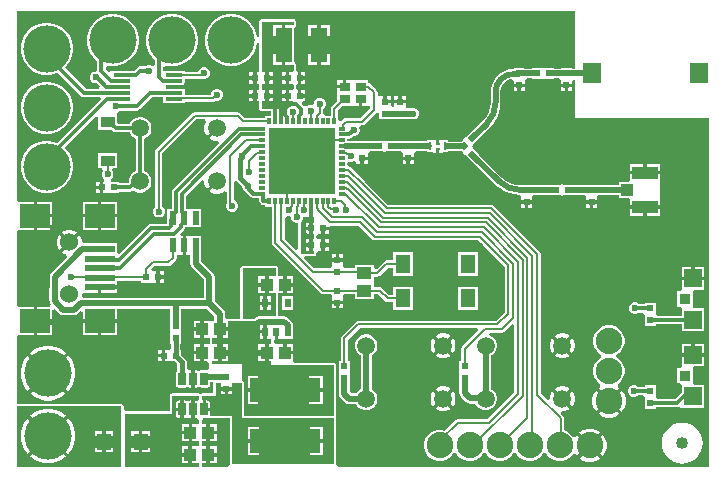
<source format=gtl>
G04*
G04 #@! TF.GenerationSoftware,Altium Limited,Altium Designer,25.4.2 (15)*
G04*
G04 Layer_Physical_Order=1*
G04 Layer_Color=255*
%FSLAX44Y44*%
%MOMM*%
G71*
G04*
G04 #@! TF.SameCoordinates,C4BCFB55-FD20-4FE3-AFDB-455A7CCC5DC8*
G04*
G04*
G04 #@! TF.FilePolarity,Positive*
G04*
G01*
G75*
%ADD10C,0.3000*%
%ADD11C,0.2000*%
%ADD17R,1.2000X1.4000*%
%ADD18R,0.5500X0.8000*%
%ADD19R,1.2200X0.9100*%
%ADD20R,1.4500X0.3000*%
%ADD21R,0.5588X0.5588*%
%ADD22R,0.5588X0.5588*%
%ADD23R,0.5500X0.3000*%
%ADD24R,0.3000X0.5500*%
%ADD25R,5.6000X5.6000*%
%ADD26R,2.5000X0.6000*%
%ADD27R,2.5000X2.0000*%
%ADD28R,0.6000X1.2000*%
%ADD29R,1.0500X1.0000*%
%ADD30R,2.2000X1.0500*%
%ADD31R,1.5000X1.8000*%
%ADD32R,1.4200X2.9100*%
%ADD33R,1.2500X1.0000*%
%ADD34R,1.3000X1.6000*%
%ADD35R,0.8500X0.7500*%
%ADD36R,6.0000X2.0000*%
%ADD37R,1.0500X1.0500*%
G04:AMPARAMS|DCode=38|XSize=0.6mm|YSize=1.1mm|CornerRadius=0.06mm|HoleSize=0mm|Usage=FLASHONLY|Rotation=0.000|XOffset=0mm|YOffset=0mm|HoleType=Round|Shape=RoundedRectangle|*
%AMROUNDEDRECTD38*
21,1,0.6000,0.9800,0,0,0.0*
21,1,0.4800,1.1000,0,0,0.0*
1,1,0.1200,0.2400,-0.4900*
1,1,0.1200,-0.2400,-0.4900*
1,1,0.1200,-0.2400,0.4900*
1,1,0.1200,0.2400,0.4900*
%
%ADD38ROUNDEDRECTD38*%
%ADD39P,0.7903X4X270.0*%
%ADD40P,0.7903X4X180.0*%
%ADD41R,0.2750X0.7000*%
%ADD42R,0.4500X0.2450*%
%ADD43R,0.9000X0.9000*%
%ADD44R,1.5000X1.5000*%
%ADD78C,0.5000*%
%ADD79C,1.0160*%
%ADD80C,0.4000*%
%ADD81C,0.3810*%
%ADD82C,4.0000*%
%ADD83C,2.2352*%
%ADD84C,1.5000*%
%ADD85C,1.5240*%
%ADD86C,0.6000*%
G36*
X479461Y343988D02*
X476294D01*
Y344204D01*
X467706D01*
Y343988D01*
X461374D01*
Y344204D01*
X453539D01*
X453030Y344544D01*
X452250Y344699D01*
X451750D01*
X450970Y344544D01*
X450461Y344204D01*
X442626D01*
Y343988D01*
X436294D01*
Y344204D01*
X427706D01*
X427424Y343710D01*
X423616Y343335D01*
X419955Y342224D01*
X416580Y340421D01*
X413623Y337993D01*
X411195Y335036D01*
X409392Y331661D01*
X408281Y328000D01*
X407906Y324192D01*
X407922D01*
Y315441D01*
X407958Y315259D01*
X407565Y311271D01*
X406349Y307261D01*
X404373Y303566D01*
X402954Y301836D01*
X401677Y300365D01*
X401677Y300365D01*
X392587Y291275D01*
X392434Y291427D01*
X386876Y285869D01*
X386276Y285750D01*
X385614Y285308D01*
X385261Y284954D01*
X384819Y284293D01*
X384728Y283834D01*
X383143Y282249D01*
X372000D01*
Y283250D01*
X367250D01*
Y283750D01*
X364500D01*
Y280525D01*
X361500D01*
Y283750D01*
X358750D01*
Y283250D01*
X354000D01*
Y282328D01*
X342294D01*
Y282544D01*
X333706D01*
Y282328D01*
X327374D01*
Y282544D01*
X319539D01*
X319030Y282884D01*
X318250Y283039D01*
X317750D01*
X316970Y282884D01*
X316461Y282544D01*
X308626D01*
Y282328D01*
X303294D01*
Y282544D01*
X294706D01*
Y282328D01*
X286500D01*
Y284681D01*
X288250D01*
X289616Y284953D01*
X290773Y285727D01*
X292047Y287000D01*
X292995D01*
X294832Y287761D01*
X296239Y289168D01*
X297000Y291005D01*
Y292995D01*
X296608Y293941D01*
X297743Y295941D01*
X299000D01*
X299000Y295941D01*
X300170Y296174D01*
X301163Y296837D01*
X311163Y306837D01*
X313376Y306573D01*
X313706Y306338D01*
Y301126D01*
X323294D01*
Y301332D01*
X326206D01*
Y301126D01*
X335794D01*
Y301332D01*
X340204D01*
X341005Y301000D01*
X342995D01*
X344832Y301761D01*
X346239Y303168D01*
X347000Y305005D01*
Y306995D01*
X346239Y308832D01*
X344832Y310239D01*
X342995Y311000D01*
X341005D01*
X339818Y310508D01*
X337721D01*
X337380Y310551D01*
X335794Y311286D01*
Y314580D01*
X331000D01*
X326206D01*
Y312083D01*
X324750Y311250D01*
X323294Y312083D01*
Y314580D01*
X318500D01*
Y316080D01*
X317000D01*
Y320874D01*
X314059D01*
X313706Y320874D01*
X312059Y321726D01*
Y324000D01*
X311826Y325171D01*
X311163Y326163D01*
X311163Y326163D01*
X306413Y330913D01*
X305420Y331576D01*
X304250Y331809D01*
X304000Y333742D01*
Y334500D01*
X291500D01*
Y334500D01*
X290500D01*
Y334500D01*
X285750D01*
Y328750D01*
X284250D01*
Y327250D01*
X278000D01*
Y323000D01*
Y316826D01*
X273337Y312163D01*
X272674Y311171D01*
X272441Y310000D01*
X272441Y310000D01*
Y304250D01*
X267483D01*
X267204Y304427D01*
X265997Y306250D01*
X266043Y306485D01*
Y310222D01*
X267239Y311418D01*
X268000Y313255D01*
Y315245D01*
X267239Y317082D01*
X265832Y318489D01*
X263995Y319250D01*
X262005D01*
X260168Y318489D01*
X258761Y317082D01*
X258000Y315245D01*
Y314811D01*
X256396Y313310D01*
X254407D01*
X252569Y312549D01*
X252162Y312142D01*
X251975Y312089D01*
X249716Y312478D01*
X249523Y312766D01*
X247931Y314358D01*
X248696Y316206D01*
X250874D01*
Y319500D01*
X246080D01*
Y321000D01*
X244580D01*
Y325794D01*
X244311D01*
X243335Y326930D01*
X243039Y327676D01*
Y329324D01*
X243335Y330070D01*
X244311Y331206D01*
X244580D01*
Y336000D01*
Y340794D01*
X244311D01*
X243335Y341930D01*
X243039Y342676D01*
Y347450D01*
X242884Y348230D01*
X242442Y348892D01*
X241780Y349334D01*
X241700Y349350D01*
Y378650D01*
X241780Y378666D01*
X242442Y379108D01*
X242884Y379770D01*
X243039Y380550D01*
Y383750D01*
X242884Y384530D01*
X242442Y385192D01*
X241780Y385634D01*
X241000Y385789D01*
X214000D01*
X213220Y385634D01*
X212558Y385192D01*
X212116Y384530D01*
X211961Y383750D01*
Y370561D01*
X209961Y370364D01*
X209154Y374417D01*
X207496Y378421D01*
X205089Y382024D01*
X202024Y385089D01*
X198421Y387496D01*
X194417Y389155D01*
X190167Y390000D01*
X185833D01*
X181583Y389155D01*
X177579Y387496D01*
X173976Y385089D01*
X170912Y382024D01*
X168504Y378421D01*
X166845Y374417D01*
X166000Y370167D01*
Y365833D01*
X166845Y361583D01*
X168504Y357579D01*
X170912Y353976D01*
X173976Y350911D01*
X177579Y348504D01*
X181583Y346846D01*
X185833Y346000D01*
X190167D01*
X194417Y346846D01*
X198421Y348504D01*
X202024Y350911D01*
X205089Y353976D01*
X207496Y357579D01*
X209154Y361583D01*
X209961Y365636D01*
X211961Y365439D01*
Y340794D01*
X209920D01*
Y336000D01*
Y331206D01*
X211961D01*
Y325794D01*
X209920D01*
Y321000D01*
Y316206D01*
X211961D01*
Y310000D01*
X212116Y309220D01*
X212558Y308558D01*
X213220Y308116D01*
X214000Y307961D01*
X221931D01*
Y304250D01*
X217000D01*
Y302559D01*
X199342D01*
X195738Y306163D01*
X194746Y306826D01*
X193575Y307059D01*
X193575Y307059D01*
X157250D01*
X156080Y306826D01*
X155087Y306163D01*
X124587Y275663D01*
X123924Y274671D01*
X123691Y273500D01*
X123691Y273500D01*
Y226762D01*
X122761Y225832D01*
X122000Y223995D01*
Y222005D01*
X122761Y220168D01*
X124168Y218761D01*
X126005Y218000D01*
X127995D01*
X129832Y218761D01*
X131239Y220168D01*
X132000Y222005D01*
Y223995D01*
X131239Y225832D01*
X129832Y227239D01*
X129809Y227249D01*
Y272233D01*
X158517Y300941D01*
X165863D01*
X167017Y298941D01*
X166216Y297553D01*
X165500Y294882D01*
Y292118D01*
X166216Y289447D01*
X167537Y287158D01*
X174939Y294561D01*
X177061Y292439D01*
X169658Y285037D01*
X171947Y283716D01*
X174618Y283000D01*
X176669D01*
X177579Y281082D01*
X138727Y242229D01*
X137953Y241071D01*
X137681Y239706D01*
Y225500D01*
X134000D01*
Y216345D01*
X133931Y216000D01*
Y212569D01*
X120304D01*
X118938Y212297D01*
X117781Y211523D01*
X93300Y187043D01*
X91300Y187871D01*
Y196000D01*
X63431D01*
X62300Y196000D01*
X61620Y197718D01*
Y198398D01*
X60896Y201099D01*
X59551Y203430D01*
X52061Y195939D01*
X44570Y188449D01*
X46901Y187104D01*
X48499Y186676D01*
X49102Y184450D01*
X35756Y171104D01*
X34761Y169616D01*
X34412Y167860D01*
Y158624D01*
X34292Y158020D01*
Y147980D01*
X34412Y147376D01*
Y147000D01*
X34761Y145244D01*
X35258Y144500D01*
X34332Y142547D01*
X34276Y142500D01*
X23800D01*
Y132000D01*
X36800D01*
Y139883D01*
X38800Y140711D01*
X42756Y136756D01*
X44244Y135761D01*
X46000Y135412D01*
X55140D01*
X56896Y135761D01*
X58385Y136756D01*
X60452Y138823D01*
X62300Y138058D01*
Y132000D01*
X76800D01*
Y130500D01*
D01*
Y132000D01*
X91300D01*
Y140912D01*
X136412D01*
Y130874D01*
X136206D01*
Y121286D01*
X136206Y121286D01*
X136206Y120714D01*
X136206Y120714D01*
X136206Y119286D01*
Y111126D01*
X137058D01*
Y107488D01*
X136814Y106975D01*
X135714Y105794D01*
X132420D01*
Y101000D01*
Y96206D01*
X135714D01*
X135714Y96206D01*
X136286Y96206D01*
X136286Y96206D01*
X137714Y96206D01*
X140243D01*
X142519Y93931D01*
Y88470D01*
X142226Y88274D01*
X141651Y87415D01*
X141449Y86400D01*
Y76600D01*
X141651Y75585D01*
X142226Y74725D01*
X143086Y74151D01*
X144100Y73949D01*
X148900D01*
X149915Y74151D01*
X150774Y74725D01*
X151726D01*
X152585Y74151D01*
X153600Y73949D01*
X154500D01*
Y81500D01*
Y89051D01*
X153600D01*
X152585Y88849D01*
X152481Y88780D01*
X150482Y89739D01*
Y95580D01*
X150178Y97104D01*
X149315Y98395D01*
X145874Y101837D01*
Y105794D01*
X145021D01*
Y111126D01*
X145794D01*
Y120714D01*
X145794D01*
X145794Y121286D01*
X145794Y121286D01*
Y130874D01*
X145588D01*
Y140912D01*
X167511D01*
X167662Y140849D01*
X173912Y134600D01*
Y130750D01*
X171297D01*
X171100Y130789D01*
X170900D01*
X170703Y130750D01*
X165000D01*
Y123500D01*
Y116250D01*
X169961D01*
Y110750D01*
X165000D01*
Y103500D01*
Y96250D01*
X168038D01*
X169778Y94250D01*
X169750Y94000D01*
X169750Y94000D01*
Y90513D01*
X167900Y89051D01*
X163100D01*
X162086Y88849D01*
X161226Y88274D01*
X160275D01*
X159415Y88849D01*
X158400Y89051D01*
X157500D01*
Y81500D01*
Y73949D01*
X158400D01*
X159415Y74151D01*
X160275Y74725D01*
X161226D01*
X162086Y74151D01*
X163100Y73949D01*
X167900D01*
X168915Y74151D01*
X169774Y74725D01*
X170349Y75585D01*
X170551Y76600D01*
Y78492D01*
X172557D01*
X172961Y78000D01*
Y69039D01*
X163039D01*
X162259Y68884D01*
X162020Y68724D01*
X161780Y68884D01*
X161000Y69039D01*
X138000D01*
X137220Y68884D01*
X136558Y68442D01*
X136116Y67780D01*
X135961Y67000D01*
Y54039D01*
X98000D01*
X97039Y55887D01*
Y58000D01*
X96884Y58780D01*
X96442Y59442D01*
X95780Y59884D01*
X95000Y60039D01*
X7060D01*
Y116806D01*
X7800Y118500D01*
X9060Y118500D01*
X20800D01*
Y130500D01*
Y142500D01*
X9060D01*
X7800Y142500D01*
X7060Y144194D01*
Y205806D01*
X7800Y207500D01*
X9060Y207500D01*
X20800D01*
Y219500D01*
Y231500D01*
X9060D01*
X7800Y231500D01*
X7060Y233194D01*
Y392940D01*
X479461D01*
Y343988D01*
D02*
G37*
G36*
X467206Y334544D02*
Y331250D01*
X472000D01*
X476794D01*
Y333236D01*
X478794Y334526D01*
X479461Y334224D01*
Y304000D01*
X479616Y303220D01*
X480058Y302558D01*
X480720Y302116D01*
X481500Y301961D01*
X592940D01*
Y7060D01*
X278515D01*
X278167Y7308D01*
X277039Y9000D01*
Y48000D01*
X276884Y48780D01*
X276724Y49020D01*
X276884Y49259D01*
X277039Y50039D01*
Y93000D01*
X276884Y93780D01*
X276442Y94442D01*
X275780Y94884D01*
X275000Y95039D01*
X242248D01*
X240750Y96250D01*
Y102000D01*
X233500D01*
Y103500D01*
X232000D01*
Y110750D01*
X226297D01*
X226100Y110789D01*
X225900D01*
X224039Y111860D01*
Y113354D01*
X224239Y114013D01*
X225000Y114881D01*
Y121250D01*
X228000D01*
Y115250D01*
X231250D01*
Y115250D01*
X231250Y115250D01*
X233250Y115250D01*
X240750D01*
Y127250D01*
X240453D01*
X240239Y128327D01*
X239244Y129815D01*
X236065Y132994D01*
X234577Y133989D01*
X232821Y134338D01*
X228039D01*
Y153711D01*
X228071Y153750D01*
X232000D01*
Y161000D01*
X233500D01*
D01*
X232000D01*
Y168250D01*
X228071D01*
X228039Y168289D01*
Y175000D01*
X227884Y175780D01*
X227442Y176442D01*
X226780Y176884D01*
X226000Y177039D01*
X198000D01*
X197220Y176884D01*
X196558Y176442D01*
X196116Y175780D01*
X195961Y175000D01*
Y132039D01*
X185750D01*
X185088Y131908D01*
X184929Y131907D01*
X183088Y132942D01*
Y136500D01*
X182739Y138256D01*
X181744Y139744D01*
X174151Y147338D01*
X174088Y147489D01*
Y167500D01*
X173739Y169256D01*
X172744Y170744D01*
X162588Y180900D01*
Y186500D01*
X163000D01*
Y202500D01*
X150000D01*
Y194500D01*
Y186500D01*
X153412D01*
Y179000D01*
X153761Y177244D01*
X154756Y175756D01*
X164912Y165599D01*
Y150088D01*
X62782D01*
X61620Y151602D01*
Y152282D01*
X62300Y154000D01*
X75300D01*
Y159000D01*
X76800D01*
Y160500D01*
X91300D01*
Y164441D01*
X111376D01*
Y162706D01*
X120964D01*
X120964Y162706D01*
X121536Y162706D01*
X121536Y162706D01*
X122964Y162706D01*
X124830D01*
Y167500D01*
Y172294D01*
X121536D01*
Y172294D01*
X121441D01*
X120788Y173319D01*
X120620Y174294D01*
X123267Y176941D01*
X135000D01*
X135000Y176941D01*
X136171Y177174D01*
X137163Y177837D01*
X141163Y181837D01*
X141163Y181837D01*
X141826Y182829D01*
X142059Y184000D01*
Y186500D01*
X147000D01*
Y194500D01*
Y202500D01*
X145610D01*
X144844Y204348D01*
X148023Y207527D01*
X148797Y208685D01*
X148959Y209500D01*
X163000D01*
Y225500D01*
X149819D01*
Y236157D01*
X163500Y249838D01*
X165500Y249010D01*
Y247118D01*
X166216Y244447D01*
X167537Y242158D01*
X174939Y249561D01*
X177061Y247439D01*
X169658Y240037D01*
X171947Y238716D01*
X174618Y238000D01*
X177382D01*
X180053Y238716D01*
X182447Y240098D01*
X184441Y239264D01*
Y230333D01*
X184441Y230332D01*
X184511Y229979D01*
X184000Y228745D01*
Y226755D01*
X184761Y224918D01*
X186168Y223511D01*
X188005Y222750D01*
X189995D01*
X191832Y223511D01*
X193239Y224918D01*
X194000Y226755D01*
Y228745D01*
X193239Y230582D01*
X191832Y231989D01*
X190559Y232516D01*
Y247971D01*
X191756Y248564D01*
X192559Y248673D01*
X197000Y244232D01*
Y244005D01*
X197761Y242168D01*
X199168Y240761D01*
X199826Y240488D01*
X200051Y240153D01*
X204477Y235727D01*
X205634Y234953D01*
X207000Y234681D01*
X211931D01*
Y232257D01*
X212203Y230892D01*
X212977Y229734D01*
X213234Y229477D01*
X214392Y228703D01*
X215757Y228431D01*
X217000D01*
Y227250D01*
X222441D01*
Y196500D01*
X222441Y196500D01*
X222674Y195329D01*
X223337Y194337D01*
X263757Y153917D01*
X263757Y153917D01*
X264749Y153254D01*
X265920Y153021D01*
X272471D01*
X273206Y151258D01*
Y150714D01*
X273206Y150714D01*
Y147420D01*
X278000D01*
X282794D01*
Y150714D01*
X282794D01*
Y151258D01*
X283529Y153021D01*
X292750D01*
Y149000D01*
X309250D01*
Y152941D01*
X312733D01*
X318337Y147337D01*
X318337Y147337D01*
X319329Y146674D01*
X320500Y146441D01*
X325000D01*
Y139500D01*
X342000D01*
Y159500D01*
X325000D01*
Y152559D01*
X321767D01*
X316163Y158163D01*
X315170Y158826D01*
X314000Y159059D01*
X314000Y159059D01*
X309250D01*
Y163000D01*
X309250D01*
Y164000D01*
X309250D01*
Y167941D01*
X312000D01*
X312000Y167941D01*
X313171Y168174D01*
X314163Y168837D01*
X320767Y175441D01*
X325000D01*
Y168500D01*
X342000D01*
Y188500D01*
X325000D01*
Y181559D01*
X319500D01*
X319500Y181559D01*
X318330Y181326D01*
X317337Y180663D01*
X311250Y174576D01*
X309250Y175307D01*
Y178000D01*
X292750D01*
Y174979D01*
X283530D01*
X282794Y176735D01*
Y177286D01*
X282794Y177286D01*
Y180580D01*
X278000D01*
X273206D01*
Y177286D01*
X273206D01*
Y176739D01*
X272101Y175059D01*
X258267D01*
X249963Y183363D01*
X250728Y185211D01*
X258250D01*
X259030Y185366D01*
X259692Y185808D01*
X260134Y186470D01*
X260289Y187250D01*
Y188030D01*
X260421Y188578D01*
X261286Y189956D01*
X264580D01*
Y194750D01*
Y199544D01*
X261286D01*
X260421Y200922D01*
X260289Y201470D01*
Y202030D01*
X260420Y202577D01*
X261286Y203956D01*
X264580D01*
Y208750D01*
X266080D01*
Y210250D01*
X271158D01*
X272000Y210941D01*
X272000Y210941D01*
X296169D01*
X307523Y199587D01*
X307523Y199587D01*
X308516Y198924D01*
X309686Y198691D01*
X309687Y198691D01*
X397326D01*
X419691Y176326D01*
Y137939D01*
X412322Y130569D01*
X295760D01*
X295760Y130569D01*
X294590Y130336D01*
X293598Y129673D01*
X293598Y129673D01*
X281837Y117913D01*
X281174Y116920D01*
X280941Y115750D01*
X280941Y115750D01*
Y96874D01*
X279206D01*
Y87286D01*
X279206Y87286D01*
X279206Y86714D01*
X279206Y86714D01*
X279206Y85286D01*
Y77126D01*
X279412D01*
Y68750D01*
X279761Y66994D01*
X280756Y65506D01*
X285006Y61256D01*
X286494Y60261D01*
X288250Y59912D01*
X294179D01*
X294898Y58667D01*
X296667Y56898D01*
X298833Y55647D01*
X301249Y55000D01*
X303751D01*
X306167Y55647D01*
X308333Y56898D01*
X310102Y58667D01*
X311353Y60833D01*
X312000Y63249D01*
Y65751D01*
X311353Y68167D01*
X310102Y70333D01*
X308333Y72102D01*
X307088Y72821D01*
Y101179D01*
X308333Y101898D01*
X310102Y103667D01*
X311353Y105833D01*
X312000Y108249D01*
Y110751D01*
X311353Y113167D01*
X310102Y115333D01*
X308333Y117102D01*
X306167Y118353D01*
X303751Y119000D01*
X301249D01*
X298833Y118353D01*
X296667Y117102D01*
X294898Y115333D01*
X293647Y113167D01*
X293000Y110751D01*
Y108249D01*
X293647Y105833D01*
X294898Y103667D01*
X296667Y101898D01*
X297912Y101179D01*
Y72821D01*
X296667Y72102D01*
X294898Y70333D01*
X294179Y69088D01*
X290151D01*
X288588Y70651D01*
Y77126D01*
X288794D01*
Y86714D01*
X288794Y86714D01*
Y86714D01*
X288798Y86750D01*
X288798Y87247D01*
X288798Y87250D01*
X288794Y87270D01*
Y87286D01*
X288794Y87286D01*
X288794Y88714D01*
Y96874D01*
X287059D01*
Y114483D01*
X297027Y124452D01*
X396664D01*
X397429Y122604D01*
X383837Y109012D01*
X383174Y108020D01*
X382941Y106849D01*
X382941Y106849D01*
Y96874D01*
X381206D01*
Y87286D01*
X381206Y87286D01*
X381206Y86714D01*
X381206Y86714D01*
X381206Y85286D01*
Y77126D01*
X381412D01*
Y69500D01*
X381761Y67744D01*
X382756Y66256D01*
X387256Y61756D01*
X388744Y60761D01*
X390500Y60412D01*
X394891D01*
X395898Y58667D01*
X397667Y56898D01*
X399833Y55647D01*
X402249Y55000D01*
X404751D01*
X407167Y55647D01*
X409333Y56898D01*
X411102Y58667D01*
X412353Y60833D01*
X413000Y63249D01*
Y65751D01*
X412353Y68167D01*
X411102Y70333D01*
X409333Y72102D01*
X408088Y72821D01*
Y101179D01*
X409333Y101898D01*
X411102Y103667D01*
X412353Y105833D01*
X413000Y108249D01*
Y110751D01*
X412353Y113167D01*
X411102Y115333D01*
X409333Y117102D01*
X407167Y118353D01*
X406797Y118452D01*
X407060Y120452D01*
X417339D01*
X417339Y120452D01*
X418509Y120684D01*
X419502Y121348D01*
X426093Y127939D01*
X427941Y127174D01*
Y69924D01*
X405076Y47059D01*
X380000D01*
X378829Y46826D01*
X377837Y46163D01*
X369150Y37475D01*
X366535Y38176D01*
X363065D01*
X359714Y37278D01*
X356710Y35543D01*
X354257Y33090D01*
X352522Y30086D01*
X351624Y26735D01*
Y23265D01*
X352522Y19914D01*
X354257Y16910D01*
X356710Y14457D01*
X359714Y12722D01*
X363065Y11824D01*
X366535D01*
X369886Y12722D01*
X372890Y14457D01*
X375343Y16910D01*
X376170Y18342D01*
X378830D01*
X379657Y16910D01*
X382110Y14457D01*
X385114Y12722D01*
X388465Y11824D01*
X391935D01*
X395286Y12722D01*
X398290Y14457D01*
X400743Y16910D01*
X401570Y18342D01*
X404230D01*
X405057Y16910D01*
X407510Y14457D01*
X410514Y12722D01*
X413865Y11824D01*
X417335D01*
X420686Y12722D01*
X423690Y14457D01*
X426143Y16910D01*
X426970Y18342D01*
X429630D01*
X430457Y16910D01*
X432910Y14457D01*
X435914Y12722D01*
X439265Y11824D01*
X442735D01*
X446086Y12722D01*
X449090Y14457D01*
X451543Y16910D01*
X452370Y18342D01*
X455030D01*
X455857Y16910D01*
X458310Y14457D01*
X461314Y12722D01*
X464665Y11824D01*
X468135D01*
X471486Y12722D01*
X474490Y14457D01*
X476943Y16910D01*
X477368Y17645D01*
X479677D01*
X480456Y16296D01*
X480715Y16037D01*
X489679Y25000D01*
X480715Y33963D01*
X480456Y33704D01*
X479677Y32355D01*
X477368D01*
X476943Y33090D01*
X474490Y35543D01*
X471486Y37278D01*
X470059Y37660D01*
Y48000D01*
X470059Y48000D01*
X469826Y49170D01*
X469163Y50163D01*
X469163Y50163D01*
X467326Y52000D01*
X468154Y54000D01*
X469882D01*
X472553Y54716D01*
X474842Y56037D01*
X467439Y63439D01*
X460037Y70842D01*
X458716Y68553D01*
X458000Y65882D01*
Y64154D01*
X456000Y63326D01*
X450059Y69267D01*
Y187284D01*
X449826Y188455D01*
X449163Y189447D01*
X449163Y189447D01*
X410697Y227913D01*
X409705Y228576D01*
X408534Y228809D01*
X408534Y228809D01*
X320980D01*
X301663Y248126D01*
X301663Y248126D01*
X301663Y248126D01*
X289376Y260413D01*
X288384Y261076D01*
X287213Y261309D01*
X286500Y263055D01*
Y263690D01*
X288238Y264991D01*
X288498Y265027D01*
X290487D01*
X292325Y265788D01*
X294206Y264842D01*
Y263296D01*
X297500D01*
Y268090D01*
X299000D01*
Y269590D01*
X303794D01*
Y272884D01*
X305261Y274172D01*
X308626D01*
Y273956D01*
X316461D01*
X316970Y273616D01*
X317750Y273461D01*
X318250D01*
X319030Y273616D01*
X319539Y273956D01*
X327374D01*
Y274172D01*
X331739D01*
X333206Y272884D01*
Y269590D01*
X338000D01*
X342794D01*
Y272884D01*
X344261Y274172D01*
X354000D01*
Y273250D01*
X358750D01*
Y272750D01*
X361500D01*
Y275975D01*
X364500D01*
Y272750D01*
X367250D01*
Y273250D01*
X372000D01*
Y274092D01*
X383256D01*
X384745Y272602D01*
X384837Y272143D01*
X385279Y271482D01*
X385632Y271128D01*
X386294Y270686D01*
X386894Y270567D01*
X392434Y265027D01*
X392587Y265179D01*
X411880Y245886D01*
X411871Y245877D01*
X415390Y242872D01*
X419336Y240454D01*
X423611Y238683D01*
X428111Y237603D01*
X431586Y237329D01*
X432328Y237001D01*
X433155Y236241D01*
X433456Y235543D01*
Y232670D01*
X438250D01*
X443044D01*
Y235964D01*
X444511Y237252D01*
X458876D01*
Y237036D01*
X466711D01*
X467219Y236696D01*
X467999Y236541D01*
X468499D01*
X469280Y236696D01*
X469788Y237036D01*
X477624D01*
Y237252D01*
X486989D01*
X488456Y235964D01*
Y232670D01*
X493250D01*
X498044D01*
Y235964D01*
X499511Y237252D01*
X516500D01*
Y234830D01*
X523852D01*
X525500Y233980D01*
Y228230D01*
X538500D01*
X551500D01*
Y233980D01*
X551500D01*
Y248680D01*
X551500D01*
Y254430D01*
X538500D01*
X525500D01*
Y248680D01*
X523852Y247830D01*
X516500D01*
Y245408D01*
X497544D01*
Y245624D01*
X488956D01*
Y245408D01*
X477624D01*
Y245624D01*
X469789D01*
X469280Y245964D01*
X468499Y246119D01*
X467999D01*
X467219Y245964D01*
X466710Y245624D01*
X458876D01*
Y245408D01*
X442544D01*
Y245624D01*
X433956D01*
Y245624D01*
X431956Y245430D01*
X428554Y245765D01*
X424544Y246982D01*
X420848Y248957D01*
X417751Y251499D01*
X417648Y251654D01*
X398354Y270947D01*
X398507Y271099D01*
X392967Y276639D01*
X392847Y277240D01*
X392405Y277901D01*
X392080Y278227D01*
X392387Y278535D01*
X392829Y279196D01*
X392949Y279797D01*
X398507Y285354D01*
X398354Y285507D01*
X406030Y293183D01*
X407453Y294588D01*
X407453Y294588D01*
X410459Y298107D01*
X412877Y302053D01*
X414647Y306328D01*
X415728Y310828D01*
X416091Y315441D01*
X416078D01*
Y324192D01*
X416049Y324340D01*
X416418Y327141D01*
X417556Y329889D01*
X419367Y332249D01*
X421727Y334060D01*
X424475Y335198D01*
X425283Y335305D01*
X425320Y335300D01*
X425705Y335155D01*
X427206Y333541D01*
Y331250D01*
X432000D01*
X436794D01*
Y334544D01*
X438261Y335832D01*
X442626D01*
Y335616D01*
X450461D01*
X450970Y335276D01*
X451750Y335121D01*
X452250D01*
X453030Y335276D01*
X453539Y335616D01*
X461374D01*
Y335832D01*
X465739D01*
X467206Y334544D01*
D02*
G37*
G36*
X299250Y312500D02*
X304000D01*
Y312500D01*
X305941Y312358D01*
Y310267D01*
X297733Y302059D01*
X285000D01*
X285000Y302059D01*
X283829Y301826D01*
X282837Y301163D01*
X282837Y301163D01*
X281000Y299326D01*
X279000Y300152D01*
Y304250D01*
X278559D01*
Y308733D01*
X282326Y312500D01*
X290500D01*
Y312500D01*
X291500D01*
Y312500D01*
X296250D01*
Y318250D01*
X299250D01*
Y312500D01*
D02*
G37*
G36*
X241000Y380550D02*
X234100D01*
Y364000D01*
Y347450D01*
X241000D01*
Y342676D01*
X240714Y340794D01*
X237420D01*
Y336000D01*
Y331206D01*
X240714D01*
X241000Y329324D01*
Y327676D01*
X240714Y325794D01*
X237420D01*
Y321000D01*
Y316206D01*
X240182D01*
X240944Y314301D01*
X240681Y312500D01*
X239232D01*
X237394Y311739D01*
X235988Y310332D01*
X235850Y310000D01*
X214000D01*
Y316206D01*
X217080D01*
Y321000D01*
Y325794D01*
X214000D01*
Y331206D01*
X217080D01*
Y336000D01*
Y340794D01*
X214000D01*
Y383750D01*
X241000D01*
Y380550D01*
D02*
G37*
G36*
X236005Y219000D02*
X237152D01*
X237996Y218997D01*
X239000Y217252D01*
Y217005D01*
X239761Y215168D01*
X241168Y213761D01*
X243005Y213000D01*
X244961D01*
Y190978D01*
X243113Y190213D01*
X233559Y199767D01*
Y217849D01*
X235559Y219185D01*
X236005Y219000D01*
D02*
G37*
G36*
X258250Y213544D02*
X257420D01*
Y208750D01*
Y203956D01*
X258250D01*
Y199544D01*
X257420D01*
Y194750D01*
Y189956D01*
X258250D01*
Y187250D01*
X247000D01*
Y213929D01*
X248239Y215168D01*
X249000Y217005D01*
Y218750D01*
X258250D01*
Y213544D01*
D02*
G37*
G36*
X226000Y168289D02*
X225900D01*
X225703Y168250D01*
X220000D01*
Y161000D01*
X218500D01*
D01*
X220000D01*
Y153750D01*
X225704D01*
X225900Y153711D01*
X226000D01*
Y134338D01*
X211500D01*
X209744Y133989D01*
X208256Y132994D01*
X207301Y132039D01*
X198000D01*
Y175000D01*
X226000D01*
Y168289D01*
D02*
G37*
G36*
X197000Y48000D02*
X275000D01*
Y9000D01*
X189000D01*
Y50000D01*
X171043D01*
X170551Y50600D01*
Y54000D01*
X165500D01*
Y55500D01*
X164000D01*
Y63484D01*
X163882Y63551D01*
X163064Y64176D01*
X163039Y64947D01*
Y67000D01*
X175000D01*
Y78000D01*
X177325D01*
X179206Y77714D01*
Y74420D01*
X184000D01*
X188794D01*
Y77714D01*
X190676Y78000D01*
X197000D01*
Y48000D01*
D02*
G37*
G36*
X161000Y64195D02*
X160407Y63692D01*
X159000Y62932D01*
X158400Y63051D01*
X157500D01*
Y55500D01*
Y47949D01*
X158400D01*
X159000Y48068D01*
X160407Y47308D01*
X161000Y46805D01*
Y43040D01*
X161000D01*
X160800Y43000D01*
X155100D01*
Y35750D01*
Y28500D01*
X160805D01*
X161000Y28462D01*
X161000D01*
Y24289D01*
X160900D01*
X160704Y24250D01*
X155000D01*
Y17000D01*
Y9750D01*
X160702D01*
X160900Y9711D01*
X161000D01*
Y7060D01*
X98000D01*
Y52000D01*
X138000D01*
Y67000D01*
X161000D01*
Y64195D01*
D02*
G37*
G36*
X220918Y129250D02*
X219914Y127250D01*
X218500D01*
Y121250D01*
Y115250D01*
X219750D01*
X221750Y115250D01*
X222000Y113354D01*
Y110750D01*
X220000D01*
Y103500D01*
Y96250D01*
X222000D01*
Y93000D01*
X275000D01*
Y50039D01*
X199039D01*
Y78000D01*
X198884Y78780D01*
X198442Y79442D01*
X197780Y79884D01*
X197000Y80039D01*
Y94000D01*
X172000D01*
Y96250D01*
X177000D01*
Y103500D01*
Y110750D01*
X172000D01*
Y116250D01*
X177000D01*
Y123500D01*
X178500D01*
Y125000D01*
X185750D01*
Y130000D01*
X220359D01*
X220918Y129250D01*
D02*
G37*
G36*
X169601Y48558D02*
X169851Y48392D01*
X170082Y48202D01*
X170179Y48172D01*
X170263Y48116D01*
X170557Y48058D01*
X170844Y47971D01*
X170944Y47980D01*
X171043Y47961D01*
X186961D01*
Y9000D01*
X185833Y7308D01*
X185485Y7060D01*
X163039D01*
Y9711D01*
X163072Y9750D01*
X167000D01*
Y17000D01*
Y24250D01*
X163071D01*
X163039Y24289D01*
Y28461D01*
X163071Y28500D01*
X167100D01*
Y35750D01*
Y43000D01*
X163072D01*
X163039Y43040D01*
Y46053D01*
X163064Y46824D01*
X163882Y47450D01*
X164632Y47872D01*
X164851Y47949D01*
X167900D01*
X168915Y48151D01*
X169542Y48570D01*
X169601Y48558D01*
D02*
G37*
G36*
X95000Y7060D02*
X7060D01*
Y58000D01*
X95000D01*
Y7060D01*
D02*
G37*
%LPC*%
G36*
X271500Y380550D02*
X263900D01*
Y365500D01*
X267000D01*
Y372000D01*
X271500D01*
Y380550D01*
D02*
G37*
G36*
X260900D02*
X253300D01*
Y372000D01*
X258000D01*
Y365500D01*
X260900D01*
Y380550D01*
D02*
G37*
G36*
X267000Y362500D02*
X263900D01*
Y347450D01*
X271500D01*
Y356000D01*
X267000D01*
Y362500D01*
D02*
G37*
G36*
X260900D02*
X258000D01*
Y356000D01*
X253300D01*
Y347450D01*
X260900D01*
Y362500D01*
D02*
G37*
G36*
X140167Y390000D02*
X135833D01*
X131583Y389155D01*
X127579Y387496D01*
X123976Y385089D01*
X120912Y382024D01*
X118504Y378421D01*
X116846Y374417D01*
X116000Y370167D01*
Y365833D01*
X116846Y361583D01*
X118504Y357579D01*
X120912Y353976D01*
X123681Y351206D01*
Y346968D01*
X121681Y346140D01*
X121332Y346489D01*
X119495Y347250D01*
X117505D01*
X115668Y346489D01*
X114998Y345819D01*
X110994D01*
X109629Y345547D01*
X108471Y344773D01*
X105766Y342069D01*
X94348D01*
X94004Y342000D01*
X86244D01*
Y341660D01*
X84397Y340895D01*
X82216Y343075D01*
X82295Y345079D01*
X83922Y346380D01*
X85833Y346000D01*
X90167D01*
X94417Y346846D01*
X98421Y348504D01*
X102024Y350911D01*
X105089Y353976D01*
X107496Y357579D01*
X109155Y361583D01*
X110000Y365833D01*
Y370167D01*
X109155Y374417D01*
X107496Y378421D01*
X105089Y382024D01*
X102024Y385089D01*
X98421Y387496D01*
X94417Y389155D01*
X90167Y390000D01*
X85833D01*
X81583Y389155D01*
X77579Y387496D01*
X73976Y385089D01*
X70911Y382024D01*
X68504Y378421D01*
X66845Y374417D01*
X66000Y370167D01*
Y365833D01*
X66845Y361583D01*
X68504Y357579D01*
X70911Y353976D01*
X73976Y350911D01*
X74431Y350607D01*
Y343348D01*
X74431Y342244D01*
X72540Y341500D01*
X72505D01*
X70668Y340739D01*
X69261Y339332D01*
X68500Y337495D01*
Y335505D01*
X69261Y333668D01*
X70668Y332261D01*
X72505Y331500D01*
X74265D01*
X76849Y328916D01*
X76083Y327069D01*
X64978D01*
X47080Y344967D01*
X49089Y346976D01*
X51496Y350579D01*
X53155Y354583D01*
X54000Y358833D01*
Y363167D01*
X53155Y367417D01*
X51496Y371421D01*
X49089Y375024D01*
X46024Y378088D01*
X42421Y380496D01*
X38417Y382155D01*
X34167Y383000D01*
X29833D01*
X25583Y382155D01*
X21579Y380496D01*
X17976Y378088D01*
X14912Y375024D01*
X12504Y371421D01*
X10846Y367417D01*
X10000Y363167D01*
Y358833D01*
X10846Y354583D01*
X12504Y350579D01*
X14912Y346976D01*
X17976Y343912D01*
X21579Y341504D01*
X25583Y339846D01*
X29833Y339000D01*
X34167D01*
X38417Y339846D01*
X41027Y340926D01*
X60977Y320977D01*
X62134Y320203D01*
X63500Y319931D01*
X77022D01*
X77787Y318084D01*
X40850Y281147D01*
X38417Y282155D01*
X34167Y283000D01*
X29833D01*
X25583Y282155D01*
X21579Y280496D01*
X17976Y278088D01*
X14912Y275024D01*
X12504Y271421D01*
X10846Y267417D01*
X10000Y263167D01*
Y258833D01*
X10846Y254583D01*
X12504Y250579D01*
X14912Y246976D01*
X17976Y243911D01*
X21579Y241504D01*
X25583Y239846D01*
X29833Y239000D01*
X34167D01*
X38417Y239846D01*
X42421Y241504D01*
X46024Y243911D01*
X49089Y246976D01*
X51496Y250579D01*
X53155Y254583D01*
X54000Y258833D01*
Y263167D01*
X53155Y267417D01*
X51496Y271421D01*
X49089Y275024D01*
X46955Y277158D01*
X73400Y303603D01*
X75400Y302775D01*
Y292150D01*
X86553D01*
X87727Y290977D01*
X88884Y290203D01*
X90250Y289931D01*
X102121D01*
X102148Y289833D01*
X103398Y287667D01*
X105167Y285898D01*
X107333Y284648D01*
X107431Y284621D01*
Y257379D01*
X107333Y257353D01*
X105167Y256102D01*
X103398Y254333D01*
X102148Y252167D01*
X101500Y249751D01*
Y247294D01*
X101275Y247069D01*
X93374D01*
Y248294D01*
X86809D01*
X86369Y250108D01*
X86365Y250294D01*
X87739Y251668D01*
X88500Y253505D01*
Y255495D01*
X87739Y257332D01*
X87621Y257450D01*
X88449Y259450D01*
X91600D01*
Y272550D01*
X75400D01*
Y259450D01*
X78551D01*
X79379Y257450D01*
X79261Y257332D01*
X78500Y255495D01*
Y253505D01*
X79261Y251668D01*
X80635Y250294D01*
X80631Y250108D01*
X80191Y248294D01*
X79920D01*
Y243500D01*
Y238706D01*
X83214D01*
X83214Y238706D01*
X83786Y238706D01*
X83786Y238706D01*
X85214Y238706D01*
X93374D01*
Y239932D01*
X102753D01*
X104118Y240203D01*
X105164Y240901D01*
X105167Y240898D01*
X107333Y239648D01*
X109749Y239000D01*
X112251D01*
X114667Y239648D01*
X116833Y240898D01*
X118602Y242667D01*
X119853Y244833D01*
X120500Y247249D01*
Y249751D01*
X119853Y252167D01*
X118602Y254333D01*
X116833Y256102D01*
X114667Y257353D01*
X114569Y257379D01*
Y284621D01*
X114667Y284648D01*
X116833Y285898D01*
X118602Y287667D01*
X119853Y289833D01*
X120500Y292249D01*
Y294751D01*
X119853Y297167D01*
X118602Y299333D01*
X116833Y301102D01*
X114667Y302353D01*
X112251Y303000D01*
X109749D01*
X107333Y302353D01*
X105167Y301102D01*
X103398Y299333D01*
X102148Y297167D01*
X102121Y297069D01*
X93547D01*
X91600Y299016D01*
Y305000D01*
X91600Y305152D01*
X91690Y305572D01*
X92099Y307043D01*
X93832Y307761D01*
X94502Y308431D01*
X108000D01*
X109366Y308703D01*
X110523Y309477D01*
X120978Y319931D01*
X130244D01*
Y315000D01*
X148744D01*
Y315941D01*
X172828D01*
X172828Y315941D01*
X173999Y316174D01*
X174991Y316837D01*
X175154Y317000D01*
X176995D01*
X178832Y317761D01*
X180239Y319168D01*
X181000Y321005D01*
Y322995D01*
X180239Y324832D01*
X178832Y326239D01*
X176995Y327000D01*
X175005D01*
X173168Y326239D01*
X171761Y324832D01*
X171000Y322995D01*
Y322059D01*
X148744D01*
Y327001D01*
X139767D01*
X139494Y327055D01*
Y330000D01*
X148744D01*
Y335441D01*
X162418D01*
X162418Y335441D01*
X162771Y335511D01*
X164005Y335000D01*
X165995D01*
X167832Y335761D01*
X169239Y337168D01*
X170000Y339005D01*
Y340995D01*
X169239Y342832D01*
X167832Y344239D01*
X165995Y345000D01*
X164005D01*
X162168Y344239D01*
X160761Y342832D01*
X160234Y341559D01*
X148744D01*
Y342000D01*
X130819D01*
Y345134D01*
X132819Y346600D01*
X135833Y346000D01*
X140167D01*
X144417Y346846D01*
X148421Y348504D01*
X152024Y350911D01*
X155089Y353976D01*
X157496Y357579D01*
X159155Y361583D01*
X160000Y365833D01*
Y370167D01*
X159155Y374417D01*
X157496Y378421D01*
X155089Y382024D01*
X152024Y385089D01*
X148421Y387496D01*
X144417Y389155D01*
X140167Y390000D01*
D02*
G37*
G36*
X206920Y340794D02*
X203626D01*
Y337500D01*
X206920D01*
Y340794D01*
D02*
G37*
G36*
X250874D02*
X247580D01*
Y337500D01*
X250874D01*
Y340794D01*
D02*
G37*
G36*
Y334500D02*
X247580D01*
Y331206D01*
X250874D01*
Y334500D01*
D02*
G37*
G36*
X206920Y334500D02*
X203626D01*
Y331206D01*
X206920D01*
Y334500D01*
D02*
G37*
G36*
X282750Y334500D02*
X278000D01*
Y330250D01*
X282750D01*
Y334500D01*
D02*
G37*
G36*
X206920Y325794D02*
X203626D01*
Y322500D01*
X206920D01*
Y325794D01*
D02*
G37*
G36*
X250874D02*
X247580D01*
Y322500D01*
X250874D01*
Y325794D01*
D02*
G37*
G36*
X335794Y320874D02*
X332500D01*
Y317580D01*
X335794D01*
Y320874D01*
D02*
G37*
G36*
X320000D02*
Y317580D01*
X323294D01*
Y320874D01*
X320000D01*
D02*
G37*
G36*
X329500D02*
X326206D01*
Y317580D01*
X329500D01*
Y320874D01*
D02*
G37*
G36*
X206920Y319500D02*
X203626D01*
Y316206D01*
X206920D01*
Y319500D01*
D02*
G37*
G36*
X34167Y333000D02*
X29833D01*
X25583Y332155D01*
X21579Y330496D01*
X17976Y328088D01*
X14912Y325024D01*
X12504Y321421D01*
X10846Y317417D01*
X10000Y313167D01*
Y308833D01*
X10846Y304583D01*
X12504Y300579D01*
X14912Y296976D01*
X17976Y293911D01*
X21579Y291504D01*
X25583Y289846D01*
X29833Y289000D01*
X34167D01*
X38417Y289846D01*
X42421Y291504D01*
X46024Y293911D01*
X49089Y296976D01*
X51496Y300579D01*
X53155Y304583D01*
X54000Y308833D01*
Y313167D01*
X53155Y317417D01*
X51496Y321421D01*
X49089Y325024D01*
X46024Y328088D01*
X42421Y330496D01*
X38417Y332155D01*
X34167Y333000D01*
D02*
G37*
G36*
X76920Y248294D02*
X73626D01*
Y245000D01*
X76920D01*
Y248294D01*
D02*
G37*
G36*
Y242000D02*
X73626D01*
Y238706D01*
X76920D01*
Y242000D01*
D02*
G37*
G36*
X23800Y231500D02*
Y221000D01*
X36800D01*
Y231500D01*
X23800D01*
D02*
G37*
G36*
X91300D02*
X78300D01*
Y221000D01*
X91300D01*
Y231500D01*
D02*
G37*
G36*
X75300D02*
X62300D01*
Y221000D01*
X75300D01*
Y231500D01*
D02*
G37*
G36*
X91300Y218000D02*
X78300D01*
Y207500D01*
X91300D01*
Y218000D01*
D02*
G37*
G36*
X75300D02*
X62300D01*
Y207500D01*
X75300D01*
Y218000D01*
D02*
G37*
G36*
X36800D02*
X23800D01*
Y207500D01*
X36800D01*
Y218000D01*
D02*
G37*
G36*
X52398Y207620D02*
X49602D01*
X46901Y206896D01*
X44570Y205551D01*
X51000Y199121D01*
X57429Y205551D01*
X55099Y206896D01*
X52398Y207620D01*
D02*
G37*
G36*
X42449Y203430D02*
X41104Y201099D01*
X40380Y198398D01*
Y195602D01*
X41104Y192901D01*
X42449Y190571D01*
X48879Y197000D01*
X42449Y203430D01*
D02*
G37*
G36*
X162000Y130750D02*
X156250D01*
Y125000D01*
X162000D01*
Y130750D01*
D02*
G37*
G36*
X36800Y129000D02*
X23800D01*
Y118500D01*
X36800D01*
Y129000D01*
D02*
G37*
G36*
X91300Y129000D02*
X78300D01*
Y118500D01*
X91300D01*
Y129000D01*
D02*
G37*
G36*
X75300D02*
X62300D01*
Y118500D01*
X75300D01*
Y129000D01*
D02*
G37*
G36*
X162000Y122000D02*
X156250D01*
Y116250D01*
X162000D01*
Y122000D01*
D02*
G37*
G36*
Y110750D02*
X156250D01*
Y105000D01*
X162000D01*
Y110750D01*
D02*
G37*
G36*
X129420Y105794D02*
X126126D01*
Y102500D01*
X129420D01*
Y105794D01*
D02*
G37*
G36*
X162000Y102000D02*
X156250D01*
Y96250D01*
X162000D01*
Y102000D01*
D02*
G37*
G36*
X129420Y99500D02*
X126126D01*
Y96206D01*
X129420D01*
Y99500D01*
D02*
G37*
G36*
X35265Y109000D02*
X30735D01*
X26291Y108116D01*
X22105Y106382D01*
X18338Y103865D01*
X17797Y103324D01*
X33000Y88121D01*
X48203Y103324D01*
X47662Y103865D01*
X43895Y106382D01*
X39709Y108116D01*
X35265Y109000D01*
D02*
G37*
G36*
X50324Y101203D02*
X35121Y86000D01*
X50324Y70797D01*
X50865Y71338D01*
X53382Y75105D01*
X55116Y79291D01*
X56000Y83735D01*
Y88265D01*
X55116Y92709D01*
X53382Y96895D01*
X50865Y100662D01*
X50324Y101203D01*
D02*
G37*
G36*
X15676D02*
X15135Y100662D01*
X12618Y96895D01*
X10884Y92709D01*
X10000Y88265D01*
Y83735D01*
X10884Y79291D01*
X12618Y75105D01*
X15135Y71338D01*
X15676Y70797D01*
X30879Y86000D01*
X15676Y101203D01*
D02*
G37*
G36*
X33000Y83879D02*
X17797Y68676D01*
X18338Y68135D01*
X22105Y65618D01*
X26291Y63884D01*
X30735Y63000D01*
X35265D01*
X39709Y63884D01*
X43895Y65618D01*
X47662Y68135D01*
X48203Y68676D01*
X33000Y83879D01*
D02*
G37*
G36*
X476794Y328250D02*
X473500D01*
Y324956D01*
X476794D01*
Y328250D01*
D02*
G37*
G36*
X470500D02*
X467206D01*
Y324956D01*
X470500D01*
Y328250D01*
D02*
G37*
G36*
X436794Y328250D02*
X433500D01*
Y324956D01*
X436794D01*
Y328250D01*
D02*
G37*
G36*
X430500D02*
X427206D01*
Y324956D01*
X430500D01*
Y328250D01*
D02*
G37*
G36*
X342794Y266590D02*
X339500D01*
Y263296D01*
X342794D01*
Y266590D01*
D02*
G37*
G36*
X336500D02*
X333206D01*
Y263296D01*
X336500D01*
Y266590D01*
D02*
G37*
G36*
X303794Y266590D02*
X300500D01*
Y263296D01*
X303794D01*
Y266590D01*
D02*
G37*
G36*
X551500Y263180D02*
X540000D01*
Y257430D01*
X551500D01*
Y263180D01*
D02*
G37*
G36*
X537000D02*
X525500D01*
Y257430D01*
X537000D01*
Y263180D01*
D02*
G37*
G36*
X498044Y229670D02*
X494750D01*
Y226376D01*
X498044D01*
Y229670D01*
D02*
G37*
G36*
X491750D02*
X488456D01*
Y226376D01*
X491750D01*
Y229670D01*
D02*
G37*
G36*
X443044Y229670D02*
X439750D01*
Y226376D01*
X443044D01*
Y229670D01*
D02*
G37*
G36*
X436750D02*
X433456D01*
Y226376D01*
X436750D01*
Y229670D01*
D02*
G37*
G36*
X551500Y225230D02*
X540000D01*
Y219480D01*
X551500D01*
Y225230D01*
D02*
G37*
G36*
X537000D02*
X525500D01*
Y219480D01*
X537000D01*
Y225230D01*
D02*
G37*
G36*
X270874Y207250D02*
X267580D01*
Y203956D01*
X270874D01*
Y207250D01*
D02*
G37*
G36*
Y199544D02*
X267580D01*
Y196250D01*
X270874D01*
Y199544D01*
D02*
G37*
G36*
Y193250D02*
X267580D01*
Y189956D01*
X270874D01*
Y193250D01*
D02*
G37*
G36*
X282794Y186874D02*
X279500D01*
Y183580D01*
X282794D01*
Y186874D01*
D02*
G37*
G36*
X276500D02*
X273206D01*
Y183580D01*
X276500D01*
Y186874D01*
D02*
G37*
G36*
X131124Y172294D02*
X127830D01*
Y169000D01*
X131124D01*
Y172294D01*
D02*
G37*
G36*
X397000Y188500D02*
X380000D01*
Y168500D01*
X397000D01*
Y188500D01*
D02*
G37*
G36*
X588500Y176000D02*
X580500D01*
Y168000D01*
X588500D01*
Y176000D01*
D02*
G37*
G36*
X577500D02*
X569500D01*
Y168000D01*
X577500D01*
Y176000D01*
D02*
G37*
G36*
X131124Y166000D02*
X127830D01*
Y162706D01*
X131124D01*
Y166000D01*
D02*
G37*
G36*
X240750Y168250D02*
X235000D01*
Y162500D01*
X240750D01*
Y168250D01*
D02*
G37*
G36*
X91300Y157500D02*
X78300D01*
Y154000D01*
X91300D01*
Y157500D01*
D02*
G37*
G36*
X240750Y159500D02*
X235000D01*
Y153750D01*
X240750D01*
Y159500D01*
D02*
G37*
G36*
X282794Y144420D02*
X279500D01*
Y141126D01*
X282794D01*
Y144420D01*
D02*
G37*
G36*
X276500D02*
X273206D01*
Y141126D01*
X276500D01*
Y144420D01*
D02*
G37*
G36*
X397000Y159500D02*
X380000D01*
Y139500D01*
X397000D01*
Y159500D01*
D02*
G37*
G36*
X240750Y151250D02*
X231250D01*
Y139250D01*
X240750D01*
Y151250D01*
D02*
G37*
G36*
X588500Y165000D02*
X579000D01*
X569500D01*
Y157500D01*
X569500Y157000D01*
X568293Y155500D01*
X566000D01*
Y142500D01*
X568293D01*
X569500Y141000D01*
X569500Y140500D01*
Y134569D01*
X549188D01*
X547988Y135652D01*
X547794Y136366D01*
X547794Y136366D01*
Y145954D01*
X538206D01*
Y144649D01*
X533423D01*
X532832Y145239D01*
X530995Y146000D01*
X529005D01*
X527168Y145239D01*
X525761Y143832D01*
X525000Y141995D01*
Y140006D01*
X525761Y138168D01*
X527168Y136761D01*
X529005Y136000D01*
X530995D01*
X532832Y136761D01*
X533582Y137512D01*
X536764D01*
X537888Y136595D01*
X538206Y135794D01*
X538206Y135794D01*
Y126206D01*
X547794D01*
Y127431D01*
X569500D01*
Y122000D01*
X588500D01*
Y141000D01*
X580207D01*
X579000Y142500D01*
X579000Y143000D01*
Y155000D01*
X579000Y155500D01*
X580207Y157000D01*
X588500D01*
Y165000D01*
D02*
G37*
G36*
X469882Y120000D02*
X467118D01*
X464447Y119284D01*
X462158Y117963D01*
X468500Y111621D01*
X474842Y117963D01*
X472553Y119284D01*
X469882Y120000D01*
D02*
G37*
G36*
X368882D02*
X366118D01*
X363447Y119284D01*
X361158Y117963D01*
X367500Y111621D01*
X373842Y117963D01*
X371553Y119284D01*
X368882Y120000D01*
D02*
G37*
G36*
X240750Y110750D02*
X235000D01*
Y105000D01*
X240750D01*
Y110750D01*
D02*
G37*
G36*
X476963Y115842D02*
X470621Y109500D01*
X476963Y103158D01*
X478284Y105447D01*
X479000Y108118D01*
Y110882D01*
X478284Y113553D01*
X476963Y115842D01*
D02*
G37*
G36*
X375963D02*
X369621Y109500D01*
X375963Y103158D01*
X377284Y105447D01*
X378000Y108118D01*
Y110882D01*
X377284Y113553D01*
X375963Y115842D01*
D02*
G37*
G36*
X460037Y115842D02*
X458716Y113553D01*
X458000Y110882D01*
Y108118D01*
X458716Y105447D01*
X460037Y103158D01*
X466379Y109500D01*
X460037Y115842D01*
D02*
G37*
G36*
X359037D02*
X357716Y113553D01*
X357000Y110882D01*
Y108118D01*
X357716Y105447D01*
X359037Y103158D01*
X365379Y109500D01*
X359037Y115842D01*
D02*
G37*
G36*
X588500Y111000D02*
X580500D01*
Y103000D01*
X588500D01*
Y111000D01*
D02*
G37*
G36*
X577500D02*
X569500D01*
Y103000D01*
X577500D01*
Y111000D01*
D02*
G37*
G36*
X468500Y107379D02*
X462158Y101037D01*
X464447Y99716D01*
X467118Y99000D01*
X469882D01*
X472553Y99716D01*
X474842Y101037D01*
X468500Y107379D01*
D02*
G37*
G36*
X367500D02*
X361158Y101037D01*
X363447Y99716D01*
X366118Y99000D01*
X368882D01*
X371553Y99716D01*
X373842Y101037D01*
X367500Y107379D01*
D02*
G37*
G36*
X469882Y75000D02*
X467118D01*
X464447Y74284D01*
X462158Y72963D01*
X468500Y66621D01*
X474842Y72963D01*
X472553Y74284D01*
X469882Y75000D01*
D02*
G37*
G36*
X368882D02*
X366118D01*
X363447Y74284D01*
X361158Y72963D01*
X367500Y66621D01*
X373842Y72963D01*
X371553Y74284D01*
X368882Y75000D01*
D02*
G37*
G36*
X509735Y126576D02*
X506265D01*
X502914Y125678D01*
X499910Y123943D01*
X497457Y121490D01*
X495722Y118486D01*
X494824Y115135D01*
Y111665D01*
X495722Y108314D01*
X497457Y105310D01*
X499910Y102857D01*
X501645Y101855D01*
Y99545D01*
X499910Y98543D01*
X497457Y96090D01*
X495722Y93086D01*
X494824Y89735D01*
Y86265D01*
X495722Y82914D01*
X497457Y79910D01*
X499910Y77457D01*
X500645Y77032D01*
Y74723D01*
X499296Y73944D01*
X499037Y73685D01*
X508000Y64721D01*
X516963Y73685D01*
X516704Y73944D01*
X515355Y74723D01*
Y77032D01*
X516090Y77457D01*
X518543Y79910D01*
X520278Y82914D01*
X521176Y86265D01*
Y89735D01*
X520278Y93086D01*
X518543Y96090D01*
X516090Y98543D01*
X514355Y99545D01*
Y101855D01*
X516090Y102857D01*
X518543Y105310D01*
X520278Y108314D01*
X521176Y111665D01*
Y115135D01*
X520278Y118486D01*
X518543Y121490D01*
X516090Y123943D01*
X513086Y125678D01*
X509735Y126576D01*
D02*
G37*
G36*
X588500Y100000D02*
X579000D01*
X569500D01*
Y92500D01*
X569500Y92000D01*
X568293Y90500D01*
X566000D01*
Y77500D01*
X568293D01*
X569500Y76000D01*
X569500Y75500D01*
Y69373D01*
X568977Y69023D01*
X564522Y64569D01*
X549187D01*
X547988Y65654D01*
X547794Y66366D01*
X547794Y66366D01*
Y75954D01*
X538206D01*
Y74649D01*
X532422D01*
X531832Y75239D01*
X529995Y76000D01*
X528005D01*
X526168Y75239D01*
X524761Y73832D01*
X524000Y71995D01*
Y70005D01*
X524761Y68168D01*
X526168Y66761D01*
X528005Y66000D01*
X529995D01*
X531832Y66761D01*
X532583Y67511D01*
X536763D01*
X537887Y66596D01*
X538206Y65794D01*
X538206Y65794D01*
Y56206D01*
X547794D01*
Y57432D01*
X566000D01*
X567366Y57703D01*
X567500Y57793D01*
X569500Y57000D01*
Y57000D01*
X588500D01*
Y76000D01*
X580207D01*
X579000Y77500D01*
X579000Y78000D01*
Y90000D01*
X579000Y90500D01*
X580207Y92000D01*
X588500D01*
Y100000D01*
D02*
G37*
G36*
X476963Y70842D02*
X470621Y64500D01*
X476963Y58158D01*
X478284Y60447D01*
X479000Y63118D01*
Y65882D01*
X478284Y68553D01*
X476963Y70842D01*
D02*
G37*
G36*
X375963D02*
X369621Y64500D01*
X375963Y58158D01*
X377284Y60447D01*
X378000Y63118D01*
Y65882D01*
X377284Y68553D01*
X375963Y70842D01*
D02*
G37*
G36*
X359037Y70842D02*
X357716Y68553D01*
X357000Y65882D01*
Y63118D01*
X357716Y60447D01*
X359037Y58158D01*
X365379Y64500D01*
X359037Y70842D01*
D02*
G37*
G36*
X367500Y62379D02*
X361158Y56037D01*
X363447Y54716D01*
X366118Y54000D01*
X368882D01*
X371553Y54716D01*
X373842Y56037D01*
X367500Y62379D01*
D02*
G37*
G36*
X519085Y71563D02*
X510121Y62600D01*
X519085Y53637D01*
X519344Y53896D01*
X521210Y57128D01*
X522176Y60734D01*
Y64466D01*
X521210Y68072D01*
X519344Y71304D01*
X519085Y71563D01*
D02*
G37*
G36*
X496915Y71563D02*
X496656Y71304D01*
X494790Y68072D01*
X493824Y64466D01*
Y60734D01*
X494790Y57128D01*
X496656Y53896D01*
X496915Y53637D01*
X505879Y62600D01*
X496915Y71563D01*
D02*
G37*
G36*
X508000Y60479D02*
X499037Y51515D01*
X499296Y51256D01*
X502528Y49390D01*
X506134Y48424D01*
X509866D01*
X513472Y49390D01*
X516704Y51256D01*
X516963Y51515D01*
X508000Y60479D01*
D02*
G37*
G36*
X493666Y39176D02*
X489934D01*
X486328Y38210D01*
X483096Y36344D01*
X482837Y36085D01*
X491800Y27121D01*
X500763Y36085D01*
X500504Y36344D01*
X497272Y38210D01*
X493666Y39176D01*
D02*
G37*
G36*
X502885Y33963D02*
X493921Y25000D01*
X502885Y16037D01*
X503144Y16296D01*
X505010Y19528D01*
X505976Y23134D01*
Y26866D01*
X505010Y30472D01*
X503144Y33704D01*
X502885Y33963D01*
D02*
G37*
G36*
X491800Y22879D02*
X482837Y13915D01*
X483096Y13656D01*
X486328Y11790D01*
X489934Y10824D01*
X493666D01*
X497272Y11790D01*
X500504Y13656D01*
X500763Y13915D01*
X491800Y22879D01*
D02*
G37*
G36*
X570000Y44333D02*
X566619Y44000D01*
X563367Y43013D01*
X560370Y41412D01*
X557744Y39256D01*
X555588Y36630D01*
X553987Y33633D01*
X553000Y30381D01*
X552667Y27000D01*
X553000Y23619D01*
X553987Y20367D01*
X555588Y17371D01*
X557744Y14744D01*
X560370Y12588D01*
X563367Y10987D01*
X566619Y10000D01*
X570000Y9667D01*
X573382Y10000D01*
X576633Y10987D01*
X579630Y12588D01*
X582256Y14744D01*
X584412Y17371D01*
X586013Y20367D01*
X587000Y23619D01*
X587333Y27000D01*
X587000Y30381D01*
X586013Y33633D01*
X584412Y36630D01*
X582256Y39256D01*
X579630Y41412D01*
X576633Y43013D01*
X573382Y44000D01*
X570000Y44333D01*
D02*
G37*
G36*
X231100Y380550D02*
X223500D01*
Y372000D01*
X228000D01*
Y365500D01*
X231100D01*
Y380550D01*
D02*
G37*
G36*
Y362500D02*
X228000D01*
Y356000D01*
X223500D01*
Y347450D01*
X231100D01*
Y362500D01*
D02*
G37*
G36*
X223374Y340794D02*
X220080D01*
Y337500D01*
X223374D01*
Y340794D01*
D02*
G37*
G36*
X234420D02*
X231126D01*
Y337500D01*
X234420D01*
Y340794D01*
D02*
G37*
G36*
X223374Y334500D02*
X220080D01*
Y331206D01*
X223374D01*
Y334500D01*
D02*
G37*
G36*
X234420Y334500D02*
X231126D01*
Y331206D01*
X234420D01*
Y334500D01*
D02*
G37*
G36*
X223374Y325794D02*
X220080D01*
Y322500D01*
X223374D01*
Y325794D01*
D02*
G37*
G36*
X234420D02*
X231126D01*
Y322500D01*
X234420D01*
Y325794D01*
D02*
G37*
G36*
X223374Y319500D02*
X220080D01*
Y316206D01*
X223374D01*
Y319500D01*
D02*
G37*
G36*
X234420Y319500D02*
X231126D01*
Y316206D01*
X234420D01*
Y319500D01*
D02*
G37*
G36*
X254420Y213544D02*
X251126D01*
Y210250D01*
X254420D01*
Y213544D01*
D02*
G37*
G36*
Y207250D02*
X251126D01*
Y203956D01*
X254420D01*
Y207250D01*
D02*
G37*
G36*
Y199544D02*
X251126D01*
Y196250D01*
X254420D01*
Y199544D01*
D02*
G37*
G36*
Y193250D02*
X251126D01*
Y189956D01*
X254420D01*
Y193250D01*
D02*
G37*
G36*
X217000Y168250D02*
X211250D01*
Y162500D01*
X217000D01*
Y168250D01*
D02*
G37*
G36*
Y159500D02*
X211250D01*
Y153750D01*
X217000D01*
Y159500D01*
D02*
G37*
G36*
X221750Y151250D02*
X218500D01*
Y146750D01*
X221750D01*
Y151250D01*
D02*
G37*
G36*
X215500D02*
X212250D01*
Y146750D01*
X215500D01*
Y151250D01*
D02*
G37*
G36*
X221750Y143750D02*
X218500D01*
Y139250D01*
X221750D01*
Y143750D01*
D02*
G37*
G36*
X215500D02*
X212250D01*
Y139250D01*
X215500D01*
Y143750D01*
D02*
G37*
G36*
X188794Y71420D02*
X185500D01*
Y68126D01*
X188794D01*
Y71420D01*
D02*
G37*
G36*
X182500D02*
X179206D01*
Y68126D01*
X182500D01*
Y71420D01*
D02*
G37*
G36*
X167900Y63051D02*
X167000D01*
Y57000D01*
X170551D01*
Y60400D01*
X170349Y61414D01*
X169774Y62274D01*
X168915Y62849D01*
X167900Y63051D01*
D02*
G37*
G36*
X266000Y40750D02*
X254500D01*
Y32000D01*
X235500D01*
Y30250D01*
X266000D01*
Y40750D01*
D02*
G37*
G36*
X211500D02*
X202000D01*
Y30250D01*
X232500D01*
Y32000D01*
X211500D01*
Y40750D01*
D02*
G37*
G36*
X266000Y27250D02*
X235500D01*
Y26000D01*
X254500D01*
Y16750D01*
X266000D01*
Y27250D01*
D02*
G37*
G36*
X232500D02*
X202000D01*
Y16750D01*
X211500D01*
Y26000D01*
X232500D01*
Y27250D01*
D02*
G37*
G36*
X154500Y63051D02*
X153600D01*
X152585Y62849D01*
X151726Y62274D01*
X150774D01*
X149915Y62849D01*
X148900Y63051D01*
X148000D01*
Y55500D01*
Y47949D01*
X148900D01*
X149915Y48151D01*
X150774Y48726D01*
X151726D01*
X152585Y48151D01*
X153600Y47949D01*
X154500D01*
Y55500D01*
Y63051D01*
D02*
G37*
G36*
X145000D02*
X144100D01*
X143086Y62849D01*
X142226Y62274D01*
X141651Y61414D01*
X141449Y60400D01*
Y57000D01*
X145000D01*
Y63051D01*
D02*
G37*
G36*
Y54000D02*
X141449D01*
Y50600D01*
X141651Y49585D01*
X142226Y48726D01*
X143086Y48151D01*
X144100Y47949D01*
X145000D01*
Y54000D01*
D02*
G37*
G36*
X152100Y43000D02*
X146350D01*
Y37250D01*
X152100D01*
Y43000D01*
D02*
G37*
G36*
X119500Y37000D02*
X113000D01*
Y29500D01*
X117250D01*
Y33000D01*
X119500D01*
Y37000D01*
D02*
G37*
G36*
X110000D02*
X103500D01*
Y33000D01*
X108000D01*
Y29500D01*
X110000D01*
Y37000D01*
D02*
G37*
G36*
X152100Y34250D02*
X146350D01*
Y28500D01*
X152100D01*
Y34250D01*
D02*
G37*
G36*
X117250Y26500D02*
X113000D01*
Y19000D01*
X119500D01*
Y23000D01*
X117250D01*
Y26500D01*
D02*
G37*
G36*
X110000D02*
X108000D01*
Y23000D01*
X103500D01*
Y19000D01*
X110000D01*
Y26500D01*
D02*
G37*
G36*
X152000Y24250D02*
X146250D01*
Y18500D01*
X152000D01*
Y24250D01*
D02*
G37*
G36*
Y15500D02*
X146250D01*
Y9750D01*
X152000D01*
Y15500D01*
D02*
G37*
G36*
X215500Y127250D02*
X212250D01*
Y122750D01*
X215500D01*
Y127250D01*
D02*
G37*
G36*
X185750Y122000D02*
X180000D01*
Y116250D01*
X185750D01*
Y122000D01*
D02*
G37*
G36*
X215500Y119750D02*
X212250D01*
Y115250D01*
X215500D01*
Y119750D01*
D02*
G37*
G36*
X185750Y110750D02*
X180000D01*
Y105000D01*
X185750D01*
Y110750D01*
D02*
G37*
G36*
X217000D02*
X211250D01*
Y105000D01*
X217000D01*
Y110750D01*
D02*
G37*
G36*
Y102000D02*
X211250D01*
Y96250D01*
X217000D01*
Y102000D01*
D02*
G37*
G36*
X185750D02*
X180000D01*
Y96250D01*
X185750D01*
Y102000D01*
D02*
G37*
G36*
X266000Y83750D02*
X254000D01*
Y79000D01*
X235500D01*
Y73250D01*
X266000D01*
Y83750D01*
D02*
G37*
G36*
X211000D02*
X202000D01*
Y73250D01*
X232500D01*
Y79000D01*
X211000D01*
Y83750D01*
D02*
G37*
G36*
X266000Y70250D02*
X235500D01*
Y65000D01*
X254000D01*
Y59750D01*
X266000D01*
Y70250D01*
D02*
G37*
G36*
X232500D02*
X202000D01*
Y59750D01*
X211000D01*
Y65000D01*
X232500D01*
Y70250D01*
D02*
G37*
G36*
X175850Y43000D02*
X170100D01*
Y37250D01*
X175850D01*
Y43000D01*
D02*
G37*
G36*
Y34250D02*
X170100D01*
Y28500D01*
X175850D01*
Y34250D01*
D02*
G37*
G36*
X175750Y24250D02*
X170000D01*
Y18500D01*
X175750D01*
Y24250D01*
D02*
G37*
G36*
Y15500D02*
X170000D01*
Y9750D01*
X175750D01*
Y15500D01*
D02*
G37*
G36*
X35265Y56000D02*
X30735D01*
X26291Y55116D01*
X22105Y53382D01*
X18338Y50865D01*
X17797Y50324D01*
X33000Y35121D01*
X48203Y50324D01*
X47662Y50865D01*
X43895Y53382D01*
X39709Y55116D01*
X35265Y56000D01*
D02*
G37*
G36*
X88500Y37000D02*
X82000D01*
Y29500D01*
X84000D01*
Y33000D01*
X88500D01*
Y37000D01*
D02*
G37*
G36*
X79000D02*
X72500D01*
Y33000D01*
X75750D01*
Y29500D01*
X79000D01*
Y37000D01*
D02*
G37*
G36*
X84000Y26500D02*
X82000D01*
Y19000D01*
X88500D01*
Y23000D01*
X84000D01*
Y26500D01*
D02*
G37*
G36*
X79000D02*
X75750D01*
Y23000D01*
X72500D01*
Y19000D01*
X79000D01*
Y26500D01*
D02*
G37*
G36*
X50324Y48203D02*
X35121Y33000D01*
X50324Y17797D01*
X50865Y18338D01*
X53382Y22105D01*
X55116Y26291D01*
X56000Y30735D01*
Y35265D01*
X55116Y39709D01*
X53382Y43895D01*
X50865Y47662D01*
X50324Y48203D01*
D02*
G37*
G36*
X15676D02*
X15135Y47662D01*
X12618Y43895D01*
X10884Y39709D01*
X10000Y35265D01*
Y30735D01*
X10884Y26291D01*
X12618Y22105D01*
X15135Y18338D01*
X15676Y17797D01*
X30879Y33000D01*
X15676Y48203D01*
D02*
G37*
G36*
X33000Y30879D02*
X17797Y15676D01*
X18338Y15135D01*
X22105Y12618D01*
X26291Y10884D01*
X30735Y10000D01*
X35265D01*
X39709Y10884D01*
X43895Y12618D01*
X47662Y15135D01*
X48203Y15676D01*
X33000Y30879D01*
D02*
G37*
%LPD*%
D10*
X107244Y338500D02*
X110994Y342250D01*
X118500D01*
X94348Y338500D02*
X107244D01*
X255500Y227800D02*
Y232000D01*
Y227800D02*
X256020Y227280D01*
Y221535D02*
Y227280D01*
X255920Y221435D02*
X256020Y221535D01*
X197000Y270000D02*
X205250Y278250D01*
X215500Y232257D02*
Y238250D01*
X214250D02*
X215500D01*
X207000D02*
X214250D01*
X202000Y245000D02*
X202574Y244426D01*
X93875Y175500D02*
X122375Y204000D01*
X70500Y175500D02*
X93875D01*
X127250Y367250D02*
X128000Y368000D01*
X127250Y337045D02*
Y367250D01*
Y337045D02*
X130795Y333500D01*
X139045D01*
X78000Y342244D02*
X86744Y333500D01*
X96944D01*
X78000Y342244D02*
Y369000D01*
X74312Y336500D02*
X82312Y328500D01*
X93593D01*
X63500Y323500D02*
X93811D01*
X26000Y361000D02*
X63500Y323500D01*
X26000Y261250D02*
X83250Y318500D01*
X91000Y312000D02*
X108000D01*
X119500Y323500D01*
X83250Y318500D02*
X94000D01*
X119500Y323500D02*
X139423D01*
X579000Y66500D02*
X579000Y66500D01*
X571500Y66500D02*
X579000D01*
X566000Y61000D02*
X571500Y66500D01*
X202574Y242676D02*
Y244426D01*
Y242676D02*
X207000Y238250D01*
X141250Y222750D02*
Y239706D01*
X194794Y293250D01*
X196865Y288250D02*
X214250D01*
X194794Y293250D02*
X214250D01*
X146250Y222750D02*
Y237635D01*
X196865Y288250D01*
X205250Y278250D02*
X214250D01*
X73500Y336500D02*
X74312D01*
X204000Y172000D02*
X204507Y172507D01*
X139000Y217500D02*
Y220500D01*
X141250Y222750D01*
X148500Y217500D02*
Y220500D01*
X146250Y222750D02*
X148500Y220500D01*
X122375Y204000D02*
X139450D01*
X145500Y210050D02*
Y211500D01*
X148500Y214500D01*
Y217500D01*
X139450Y204000D02*
X145500Y210050D01*
X72000Y182000D02*
X93304D01*
X120304Y209000D01*
X135743D01*
X137500Y210757D01*
Y216000D01*
X139000Y217500D01*
X111000Y248500D02*
Y293500D01*
X255920Y211000D02*
Y221435D01*
X543000Y131000D02*
X583000D01*
X543000Y61000D02*
X566000D01*
X529000Y71000D02*
X529080Y71080D01*
X542920D01*
X543000Y71160D01*
X542920Y141080D02*
X543000Y141160D01*
X530080Y141080D02*
X542920D01*
X530000Y141000D02*
X530080Y141080D01*
X215757Y232000D02*
X220500D01*
Y232000D01*
X215500Y232257D02*
X215757Y232000D01*
X233727Y304808D02*
Y310192D01*
X235500Y299500D02*
Y303034D01*
X233727Y304808D02*
X235500Y303034D01*
X233727Y310192D02*
X235767Y312233D01*
X243243Y314000D02*
X247000Y310243D01*
X237839Y314000D02*
X243243D01*
X225000Y312000D02*
X225500Y311500D01*
Y299500D02*
Y311500D01*
X230500Y299500D02*
Y311500D01*
X231000Y312000D01*
X247000Y305200D02*
Y310243D01*
X245500Y303700D02*
X247000Y305200D01*
X245500Y299500D02*
Y303700D01*
X288250Y288250D02*
X292000Y292000D01*
X281750Y288250D02*
X288250D01*
X83500Y298700D02*
X85050D01*
X90250Y293500D01*
X111000D01*
X107753Y248500D02*
X111000D01*
X102753Y243500D02*
X107753Y248500D01*
X88580Y243500D02*
X102753D01*
D11*
X255451Y299549D02*
Y308261D01*
Y299549D02*
X255500Y299500D01*
X255401Y308310D02*
X255451Y308261D01*
X203000Y256250D02*
Y265493D01*
X187500Y230332D02*
X189000Y228832D01*
X187500Y269692D02*
X201058Y283250D01*
X189000Y227750D02*
Y228832D01*
X187500Y230332D02*
Y269692D01*
X240000Y228007D02*
Y231500D01*
X261500Y224500D02*
X272000Y214000D01*
X261500Y224500D02*
Y225250D01*
X260520Y226230D02*
X261500Y225250D01*
X244000Y226351D02*
Y226965D01*
X260520Y226230D02*
Y231980D01*
X243520Y225871D02*
X244000Y226351D01*
X260500Y232000D02*
X260520Y231980D01*
X244000Y226965D02*
X245000Y227965D01*
X243520Y218480D02*
Y225871D01*
X250010Y231510D02*
X250500Y232000D01*
X249520Y224000D02*
X250010Y224490D01*
X237000Y225007D02*
X240000Y228007D01*
X245000Y227965D02*
Y231500D01*
X243520Y218480D02*
X244000Y218000D01*
X250010Y224490D02*
Y231510D01*
X265500Y226157D02*
Y232000D01*
Y226157D02*
X273657Y218000D01*
X255500Y232000D02*
X255920Y231580D01*
X270500Y226814D02*
Y232000D01*
Y226814D02*
X272522Y224792D01*
X275761D02*
X276526Y224026D01*
X272000Y214000D02*
X297436D01*
X139494Y338500D02*
X162418D01*
X163918Y340000D01*
X165000D01*
X138437Y319000D02*
X172828D01*
X175828Y322000D01*
X176000D01*
X441000Y25000D02*
X443000Y27000D01*
Y185627D01*
X390200Y25000D02*
X393000D01*
X435000Y67000D01*
X380000Y44000D02*
X406343D01*
X431000Y68657D02*
Y180657D01*
X435000Y67000D02*
Y174500D01*
X406343Y44000D02*
X431000Y68657D01*
X403564Y213750D02*
X435000Y182314D01*
Y174500D02*
Y182314D01*
X366176Y30176D02*
X380000Y44000D01*
X415600Y25000D02*
X439000Y48400D01*
Y183971D01*
X406877Y221750D02*
X443000Y185627D01*
X447000Y68000D02*
Y187284D01*
Y68000D02*
X467000Y48000D01*
X466800Y16000D02*
X467000Y16200D01*
X408534Y225750D02*
X447000Y187284D01*
X467000Y16200D02*
Y48000D01*
X398593Y201750D02*
X422750Y177593D01*
X401907Y209750D02*
X431000Y180657D01*
X427000Y133172D02*
Y179000D01*
X400250Y205750D02*
X427000Y179000D01*
X417339Y123510D02*
X427000Y133172D01*
X422750Y136672D02*
Y177593D01*
X413589Y127510D02*
X422750Y136672D01*
X405220Y217750D02*
X439000Y183971D01*
X311343Y205750D02*
X400250D01*
X360250Y217750D02*
X405220D01*
X362250Y221750D02*
X406877D01*
X319713Y225750D02*
X408534D01*
X314743Y213750D02*
X403564D01*
X313000Y209750D02*
X401907D01*
X309686Y201750D02*
X398593D01*
X203000Y265493D02*
X210257Y272750D01*
X291500Y242649D02*
Y242649D01*
X295500Y244306D02*
Y244306D01*
X285743Y242750D02*
X287500Y240993D01*
X286399Y247750D02*
X291500Y242649D01*
X287056Y252750D02*
X295500Y244306D01*
X299500Y245963D02*
X319713Y225750D01*
X284500Y238250D02*
X313000Y209750D01*
X316399Y217750D02*
X360250D01*
X291500Y242649D02*
X316399Y217750D01*
X295500Y244306D02*
X318056Y221750D01*
X282250Y252750D02*
X287056D01*
X287500Y240993D02*
Y240993D01*
X318056Y221750D02*
X362250D01*
X299093Y218000D02*
X311343Y205750D01*
X281750Y253250D02*
X282250Y252750D01*
X287500Y240993D02*
X314743Y213750D01*
X297436Y214000D02*
X309686Y201750D01*
X210257Y272750D02*
X213750D01*
X52250Y167500D02*
X70500D01*
X201058Y283250D02*
X214250D01*
X262985Y306485D02*
Y314235D01*
X263000Y314250D01*
X260500Y304000D02*
X262985Y306485D01*
X260500Y299500D02*
Y304000D01*
X260500Y299500D02*
X260500Y299500D01*
X260500Y299500D02*
X260880Y299880D01*
X273657Y218000D02*
X299093D01*
X272522Y224792D02*
X275761D01*
X281500Y231750D02*
X284735Y228515D01*
Y224765D02*
X285500Y224000D01*
X284735Y224765D02*
Y228515D01*
X235500Y253250D02*
X248000Y265750D01*
X235500Y232000D02*
Y253250D01*
X248000Y265750D02*
X265500Y283250D01*
X281750D01*
X295760Y127510D02*
X413589D01*
X284000Y115750D02*
X295760Y127510D01*
X284000Y92080D02*
Y115750D01*
X275750Y231750D02*
X281500D01*
X122000Y180000D02*
X135000D01*
X126750Y223250D02*
X127000Y223000D01*
X126750Y223250D02*
Y273500D01*
X139000Y184000D02*
Y194500D01*
X135000Y180000D02*
X139000Y184000D01*
X116170Y174170D02*
X122000Y180000D01*
X116170Y167500D02*
Y174170D01*
X285743Y272750D02*
X288465Y270027D01*
X289492D01*
X281750Y273250D02*
X282250Y272750D01*
X285743D01*
X83500Y254500D02*
Y266000D01*
X126750Y273500D02*
X157250Y304000D01*
X193575D01*
X198075Y299500D01*
X220500D01*
X237000Y224000D02*
Y225007D01*
X230500Y198500D02*
X257000Y172000D01*
X230500Y198500D02*
Y232000D01*
X225500Y196500D02*
X265920Y156080D01*
X225500Y196500D02*
Y232000D01*
X245000Y231500D02*
X245500Y232000D01*
X240000Y231500D02*
X240500Y232000D01*
X386000Y92080D02*
Y106849D01*
X402661Y123510D01*
X417339D01*
X213750Y272750D02*
X214250Y273250D01*
X240227Y307500D02*
X240363Y307363D01*
Y299637D02*
Y307363D01*
Y299637D02*
X240500Y299500D01*
X275500Y232000D02*
X275750Y231750D01*
X281750Y238250D02*
X284500D01*
X299500Y245963D02*
Y245963D01*
X287213Y258250D02*
X299500Y245963D01*
X282250Y247750D02*
X286399D01*
X281750Y258250D02*
X287213D01*
X282250Y242750D02*
X285743D01*
X281750Y243250D02*
X282250Y242750D01*
X281750Y248250D02*
X282250Y247750D01*
X285000Y299000D02*
X299000D01*
X281750Y293250D02*
X282078D01*
X282578Y296578D02*
X285000Y299000D01*
X282078Y293250D02*
X282578Y293750D01*
Y296578D01*
X299000Y299000D02*
X309000Y309000D01*
X297750Y328750D02*
X304250D01*
X309000Y324000D01*
Y309000D02*
Y324000D01*
X283750Y318250D02*
X284250D01*
X275500Y310000D02*
X283750Y318250D01*
X275500Y299500D02*
Y310000D01*
X257000Y172000D02*
X277920D01*
X278000Y171920D01*
X265920Y156080D02*
X278000D01*
X300920D01*
X301000Y156000D01*
X278000Y171920D02*
X300080D01*
X301000Y171000D01*
X319500Y178500D02*
X333500D01*
X312000Y171000D02*
X319500Y178500D01*
X301000Y171000D02*
X312000D01*
X301000Y156000D02*
X301000Y156000D01*
X314000D01*
X320500Y149500D01*
X333500D01*
X70500Y167500D02*
X116170D01*
X70500Y167500D02*
X70500Y167500D01*
D17*
X111500Y28000D02*
D03*
X80500D02*
D03*
D18*
X217000Y145250D02*
D03*
X226500Y121250D02*
D03*
X236000Y145250D02*
D03*
Y121250D02*
D03*
X217000D02*
D03*
D19*
X83500Y298700D02*
D03*
Y266000D02*
D03*
D20*
X95494Y318500D02*
D03*
X139494Y323500D02*
D03*
X95494D02*
D03*
X139494Y333500D02*
D03*
X95494D02*
D03*
Y338500D02*
D03*
X139494Y318500D02*
D03*
Y328500D02*
D03*
Y338500D02*
D03*
X95494Y328500D02*
D03*
D21*
X318500Y316080D02*
D03*
Y305920D02*
D03*
X543000Y61000D02*
D03*
Y71160D02*
D03*
Y131000D02*
D03*
Y141160D02*
D03*
X493250Y231170D02*
D03*
Y241330D02*
D03*
X438250Y231170D02*
D03*
Y241330D02*
D03*
X141000Y115920D02*
D03*
Y126080D02*
D03*
X432000Y339910D02*
D03*
Y329750D02*
D03*
X472000Y339910D02*
D03*
Y329750D02*
D03*
X278000Y182080D02*
D03*
Y171920D02*
D03*
Y156080D02*
D03*
Y145920D02*
D03*
X331000Y305920D02*
D03*
Y316080D02*
D03*
X299000Y278250D02*
D03*
Y268090D02*
D03*
X338000Y278250D02*
D03*
Y268090D02*
D03*
X284000Y81920D02*
D03*
Y92080D02*
D03*
X386000Y81920D02*
D03*
Y92080D02*
D03*
X184000Y72920D02*
D03*
Y83080D02*
D03*
D22*
X473330Y241330D02*
D03*
X463170D02*
D03*
X126330Y167500D02*
D03*
X116170D02*
D03*
X78420Y243500D02*
D03*
X88580D02*
D03*
X235920Y336000D02*
D03*
X246080D02*
D03*
X235920Y321000D02*
D03*
X246080D02*
D03*
X218580Y336000D02*
D03*
X208420D02*
D03*
X218580Y321000D02*
D03*
X208420D02*
D03*
X446920Y339910D02*
D03*
X457080D02*
D03*
X255920Y208750D02*
D03*
X266080D02*
D03*
X255920Y194750D02*
D03*
X266080D02*
D03*
X130920Y101000D02*
D03*
X141080D02*
D03*
X323080Y278250D02*
D03*
X312920D02*
D03*
D23*
X214250Y238250D02*
D03*
Y243250D02*
D03*
Y248250D02*
D03*
Y253250D02*
D03*
Y258250D02*
D03*
Y263250D02*
D03*
Y268250D02*
D03*
Y273250D02*
D03*
Y278250D02*
D03*
Y283250D02*
D03*
Y288250D02*
D03*
Y293250D02*
D03*
X281750D02*
D03*
Y288250D02*
D03*
Y283250D02*
D03*
Y278250D02*
D03*
Y273250D02*
D03*
Y268250D02*
D03*
Y263250D02*
D03*
Y258250D02*
D03*
Y253250D02*
D03*
Y248250D02*
D03*
Y243250D02*
D03*
Y238250D02*
D03*
D24*
X220500Y299500D02*
D03*
X225500D02*
D03*
X230500D02*
D03*
X235500D02*
D03*
X240500D02*
D03*
X245500D02*
D03*
X250500D02*
D03*
X255500D02*
D03*
X260500D02*
D03*
X265500D02*
D03*
X270500D02*
D03*
X275500D02*
D03*
Y232000D02*
D03*
X270500D02*
D03*
X265500D02*
D03*
X260500D02*
D03*
X255500D02*
D03*
X250500D02*
D03*
X245500D02*
D03*
X240500D02*
D03*
X235500D02*
D03*
X230500D02*
D03*
X225500D02*
D03*
X220500D02*
D03*
D25*
X248000Y265750D02*
D03*
D26*
X76800Y175000D02*
D03*
Y159000D02*
D03*
Y167000D02*
D03*
Y183000D02*
D03*
Y191000D02*
D03*
D27*
Y219500D02*
D03*
X22300D02*
D03*
X76800Y130500D02*
D03*
X22300Y130500D02*
D03*
D28*
X158000Y217500D02*
D03*
X148500D02*
D03*
X139000D02*
D03*
X158000Y194500D02*
D03*
X148500D02*
D03*
X139000D02*
D03*
D29*
X523250Y241330D02*
D03*
D30*
X538500Y255930D02*
D03*
Y226730D02*
D03*
D31*
X584000Y340000D02*
D03*
X494000D02*
D03*
D32*
X262400Y364000D02*
D03*
X232600D02*
D03*
D33*
X301000Y156000D02*
D03*
Y171000D02*
D03*
D34*
X333500Y149500D02*
D03*
Y178500D02*
D03*
X388500D02*
D03*
Y149500D02*
D03*
D35*
X297750Y318250D02*
D03*
X284250D02*
D03*
Y328750D02*
D03*
X297750D02*
D03*
D36*
X234000Y28750D02*
D03*
Y71750D02*
D03*
D37*
X218500Y161000D02*
D03*
X233500D02*
D03*
X218500Y103500D02*
D03*
X233500D02*
D03*
X178500Y123500D02*
D03*
X163500D02*
D03*
X178500Y103500D02*
D03*
X163500D02*
D03*
X153600Y35750D02*
D03*
X168600D02*
D03*
X153500Y17000D02*
D03*
X168500D02*
D03*
D38*
X165500Y81500D02*
D03*
X156000D02*
D03*
X146500D02*
D03*
Y55500D02*
D03*
X156000D02*
D03*
X165500D02*
D03*
D39*
X385250Y278170D02*
D03*
X392434Y285354D02*
D03*
D40*
X385250Y278283D02*
D03*
X392434Y271099D02*
D03*
D41*
X356875Y278250D02*
D03*
X369125D02*
D03*
D42*
X363000Y275975D02*
D03*
Y280525D02*
D03*
D43*
X572500Y84000D02*
D03*
Y149000D02*
D03*
D44*
X579000Y66500D02*
D03*
Y101500D02*
D03*
Y131500D02*
D03*
Y166500D02*
D03*
D78*
X414764Y248770D02*
G03*
X432724Y241330I17960J17960D01*
G01*
X427424Y339616D02*
G03*
X412000Y324192I0J-15424D01*
G01*
X404561Y297481D02*
G03*
X412000Y315441I-17960J17960D01*
G01*
X232821Y129750D02*
X236000Y126571D01*
Y121250D02*
Y126571D01*
X211500Y129750D02*
X232821D01*
X209067Y127317D02*
X211500Y129750D01*
X39000Y167860D02*
X62140Y191000D01*
X39000Y158140D02*
Y167860D01*
X62140Y191000D02*
X70000D01*
X38880Y147980D02*
Y158020D01*
X39000Y147000D02*
X46000Y140000D01*
X39000Y147000D02*
Y147860D01*
X38880Y147980D02*
X39000Y147860D01*
X38880Y158020D02*
X39000Y158140D01*
X46000Y140000D02*
X55140D01*
X60640Y145500D01*
X141000D01*
X284500Y278250D02*
X285950D01*
X285950Y278250D01*
X287364D01*
X287364Y278250D02*
X287364Y278250D01*
X299000D01*
X158000Y194500D02*
X158000Y194500D01*
X158000Y179000D02*
Y194500D01*
Y179000D02*
X169500Y167500D01*
Y145500D02*
Y167500D01*
X403000Y65000D02*
X403500Y64500D01*
X390500Y65000D02*
X403000D01*
X386000Y69500D02*
X390500Y65000D01*
X386000Y69500D02*
Y81920D01*
X403500Y64500D02*
Y109500D01*
X302500Y64500D02*
Y109500D01*
X288250Y64500D02*
X302500D01*
X284000Y68750D02*
X288250Y64500D01*
X284000Y68750D02*
Y81920D01*
X341920Y305920D02*
X342000Y306000D01*
X331000Y305920D02*
X341920D01*
X318500D02*
X331000D01*
X166000Y83080D02*
X184000D01*
X165500Y82580D02*
X166000Y83080D01*
X165500Y81500D02*
Y82580D01*
X141000Y145500D02*
X169500D01*
X141000Y126080D02*
Y145500D01*
X141000Y145500D02*
X141000Y145500D01*
X178500Y103500D02*
X218500D01*
X178500D02*
Y123500D01*
Y136500D01*
X169500Y145500D02*
X178500Y136500D01*
X432724Y241330D02*
X438250D01*
X392434Y271099D02*
X414764Y248770D01*
X412000Y315441D02*
Y324192D01*
X392434Y285354D02*
X404561Y297481D01*
X523250Y241330D02*
X523250Y241330D01*
X493250Y241330D02*
X523250D01*
X493250Y241330D02*
X493250Y241330D01*
X493250D02*
X493250Y241330D01*
X473330Y241330D02*
X493250D01*
X473330Y241330D02*
X473330Y241330D01*
X463170D02*
X463170Y241330D01*
X438250Y241330D02*
X463170D01*
X438250Y241330D02*
X438250Y241330D01*
X472000Y339910D02*
X496280D01*
X457080D02*
X472000D01*
X432000D02*
X446920D01*
X431706Y339616D02*
X432000Y339910D01*
X427424Y339616D02*
X431706D01*
X371000Y278170D02*
X385250D01*
X338000Y278250D02*
X356000D01*
X323080D02*
X338000D01*
X298000D02*
X310000D01*
D79*
X570000Y27000D02*
D03*
D80*
X195250Y267709D02*
X197000Y269459D01*
Y270000D01*
X195250Y251750D02*
X202000Y245000D01*
X195250Y251750D02*
Y267709D01*
D81*
X141040Y101040D02*
X141080Y101000D01*
X141040Y101040D02*
Y115880D01*
X141000Y115920D02*
X141040Y115880D01*
X141080Y101000D02*
X146500Y95580D01*
Y81500D02*
Y95580D01*
D82*
X88000Y368000D02*
D03*
X188000D02*
D03*
X33000Y33000D02*
D03*
X32000Y261000D02*
D03*
Y311000D02*
D03*
Y361000D02*
D03*
X138000Y368000D02*
D03*
X33000Y86000D02*
D03*
D83*
X508000Y62600D02*
D03*
Y88000D02*
D03*
Y113400D02*
D03*
X364800Y25000D02*
D03*
X390200D02*
D03*
X415600D02*
D03*
X441000D02*
D03*
X466400D02*
D03*
X491800D02*
D03*
D84*
X468500Y64500D02*
D03*
Y109500D02*
D03*
X403500Y64500D02*
D03*
Y109500D02*
D03*
X302500D02*
D03*
Y64500D02*
D03*
X367500Y109500D02*
D03*
Y64500D02*
D03*
X111000Y293500D02*
D03*
Y248500D02*
D03*
X176000Y293500D02*
D03*
Y248500D02*
D03*
D85*
X51000Y197000D02*
D03*
Y153000D02*
D03*
D86*
X257000Y129250D02*
D03*
X246000Y121000D02*
D03*
X335374Y293911D02*
D03*
X312250Y333500D02*
D03*
X305250Y340500D02*
D03*
X296500D02*
D03*
X286500D02*
D03*
X276750D02*
D03*
X270250Y321000D02*
D03*
X118500Y342250D02*
D03*
X255401Y308310D02*
D03*
X256993Y321993D02*
D03*
X256000Y336000D02*
D03*
X203000Y256250D02*
D03*
X249520Y224000D02*
D03*
X244000Y218000D02*
D03*
X276526Y224026D02*
D03*
X275750Y208000D02*
D03*
X95000Y70000D02*
D03*
X515000Y12000D02*
D03*
X537000D02*
D03*
X588000D02*
D03*
X589000Y117000D02*
D03*
X338000Y12000D02*
D03*
X318000D02*
D03*
X295000D02*
D03*
X11000Y66000D02*
D03*
Y109000D02*
D03*
Y152000D02*
D03*
Y176000D02*
D03*
X11250Y200250D02*
D03*
X11500Y240000D02*
D03*
X11250Y286250D02*
D03*
X12000Y336500D02*
D03*
X12250Y388250D02*
D03*
X58750Y388500D02*
D03*
X208868Y347382D02*
D03*
X397000Y50000D02*
D03*
X457000Y89250D02*
D03*
Y169250D02*
D03*
Y129250D02*
D03*
X467000Y143000D02*
D03*
X486515D02*
D03*
X507000Y149250D02*
D03*
X467000Y309250D02*
D03*
X447000D02*
D03*
X587000Y269250D02*
D03*
Y229250D02*
D03*
Y189250D02*
D03*
X577000Y249250D02*
D03*
Y209250D02*
D03*
X567000Y189250D02*
D03*
X577000Y49250D02*
D03*
X547000Y189250D02*
D03*
X557000Y169250D02*
D03*
X547000Y149250D02*
D03*
Y109250D02*
D03*
X557000Y89250D02*
D03*
Y49250D02*
D03*
X547000Y29250D02*
D03*
X527000Y189250D02*
D03*
X537000Y169250D02*
D03*
Y49250D02*
D03*
X527000Y29250D02*
D03*
X507000Y189250D02*
D03*
X497000Y209250D02*
D03*
X487000Y109250D02*
D03*
Y69250D02*
D03*
X467000Y389250D02*
D03*
Y269250D02*
D03*
Y189250D02*
D03*
X477000Y169250D02*
D03*
Y129250D02*
D03*
Y89250D02*
D03*
Y49250D02*
D03*
X447000Y389250D02*
D03*
X457000Y369250D02*
D03*
Y289250D02*
D03*
X447000Y269250D02*
D03*
X427000Y389250D02*
D03*
X437000Y369250D02*
D03*
Y289250D02*
D03*
X407000Y389250D02*
D03*
X417000Y369250D02*
D03*
Y89250D02*
D03*
X387000Y389250D02*
D03*
X397000Y369250D02*
D03*
X387000Y349250D02*
D03*
X367000Y389250D02*
D03*
X377000Y369250D02*
D03*
X367000Y349250D02*
D03*
X377000Y329250D02*
D03*
X367000Y309250D02*
D03*
X377000Y89250D02*
D03*
Y49250D02*
D03*
X347000Y389250D02*
D03*
X357000Y369250D02*
D03*
X347000Y349250D02*
D03*
X357000Y329250D02*
D03*
X347000Y109250D02*
D03*
X357000Y89250D02*
D03*
X347000Y69250D02*
D03*
X357000Y49250D02*
D03*
X347000Y29250D02*
D03*
X327000Y389250D02*
D03*
X337000Y369250D02*
D03*
X327000Y349250D02*
D03*
Y109250D02*
D03*
X337000Y89250D02*
D03*
X327000Y69250D02*
D03*
X337000Y49250D02*
D03*
X327000Y29250D02*
D03*
X307000Y389250D02*
D03*
X317000Y369250D02*
D03*
X307000Y349250D02*
D03*
X317000Y89250D02*
D03*
Y49250D02*
D03*
X307000Y29250D02*
D03*
X287000Y389250D02*
D03*
X297000Y369250D02*
D03*
X287000Y349250D02*
D03*
Y309250D02*
D03*
X297000Y49250D02*
D03*
X287000Y29250D02*
D03*
X267000Y389250D02*
D03*
X277000Y129250D02*
D03*
X267000Y109250D02*
D03*
X247000Y389250D02*
D03*
Y349250D02*
D03*
X207000Y389250D02*
D03*
X167000Y229250D02*
D03*
X177000Y209250D02*
D03*
X167000Y189250D02*
D03*
X177000Y169250D02*
D03*
X157000Y289250D02*
D03*
Y169250D02*
D03*
X137000Y249250D02*
D03*
Y169250D02*
D03*
X127000Y109250D02*
D03*
X137000Y89250D02*
D03*
X127000Y69250D02*
D03*
X107000Y229250D02*
D03*
X117000Y129250D02*
D03*
X107000Y109250D02*
D03*
X117000Y89250D02*
D03*
X97000Y209250D02*
D03*
Y129250D02*
D03*
X87000Y109250D02*
D03*
X97000Y89250D02*
D03*
X67000Y269250D02*
D03*
Y109250D02*
D03*
X77000Y89250D02*
D03*
X67000Y69250D02*
D03*
X57000Y249250D02*
D03*
X37000Y209250D02*
D03*
X27000Y189250D02*
D03*
X37000Y129250D02*
D03*
X95000Y159000D02*
D03*
X198500Y336000D02*
D03*
X91000Y312000D02*
D03*
X151000Y329000D02*
D03*
X405000Y165000D02*
D03*
Y175000D02*
D03*
X388257Y193257D02*
D03*
X379000Y194000D02*
D03*
X405000Y185000D02*
D03*
X398429Y193429D02*
D03*
X325000Y232500D02*
D03*
X340000D02*
D03*
X355000D02*
D03*
X370000D02*
D03*
X400846Y240539D02*
D03*
X485000Y280000D02*
D03*
X565000D02*
D03*
X545000D02*
D03*
X525000D02*
D03*
X505000D02*
D03*
X112500Y388750D02*
D03*
X162500D02*
D03*
X279000Y360500D02*
D03*
X202000Y245000D02*
D03*
X230000Y250000D02*
D03*
X52250Y167500D02*
D03*
X189000Y227750D02*
D03*
X242250Y284500D02*
D03*
Y277250D02*
D03*
X271000Y284750D02*
D03*
X271250Y277250D02*
D03*
X305476Y293911D02*
D03*
X270632Y330368D02*
D03*
X264000Y341000D02*
D03*
X263000Y314250D02*
D03*
X285500Y224000D02*
D03*
X333563Y133510D02*
D03*
X323596Y134251D02*
D03*
X343525Y134301D02*
D03*
X345473Y192384D02*
D03*
X68500Y243500D02*
D03*
X73500Y336500D02*
D03*
X197000Y270000D02*
D03*
X227250Y321000D02*
D03*
X127000Y223000D02*
D03*
X289492Y270027D02*
D03*
X83500Y254500D02*
D03*
X216349Y223716D02*
D03*
X165000Y340000D02*
D03*
X176000Y322000D02*
D03*
X237000Y224000D02*
D03*
X398063Y334318D02*
D03*
X529000Y71000D02*
D03*
X530000Y141000D02*
D03*
X198500Y321000D02*
D03*
X279000Y376000D02*
D03*
X240227Y307500D02*
D03*
X250000Y203000D02*
D03*
X205000Y144000D02*
D03*
Y161000D02*
D03*
X403000Y135000D02*
D03*
X405000Y145000D02*
D03*
Y155000D02*
D03*
X393000Y135000D02*
D03*
X383000D02*
D03*
X358000Y192000D02*
D03*
X373000Y135000D02*
D03*
X369000Y193000D02*
D03*
X318410Y187572D02*
D03*
X325716Y194400D02*
D03*
X335715Y194569D02*
D03*
X287504Y146929D02*
D03*
X267799D02*
D03*
X269538Y181151D02*
D03*
X276000Y196000D02*
D03*
X289369Y181955D02*
D03*
X306670Y142931D02*
D03*
X296670D02*
D03*
X299143Y184069D02*
D03*
X309140Y183820D02*
D03*
X268500Y250000D02*
D03*
X248250D02*
D03*
X298000Y309000D02*
D03*
X342000Y306000D02*
D03*
X292000Y292000D02*
D03*
X587000Y298000D02*
D03*
X577000D02*
D03*
X567000D02*
D03*
X557000D02*
D03*
X547000D02*
D03*
X537000D02*
D03*
X527000D02*
D03*
X517000D02*
D03*
X507000D02*
D03*
X497000D02*
D03*
X487000D02*
D03*
X476000Y310000D02*
D03*
Y320000D02*
D03*
X476229Y365003D02*
D03*
X476000Y375000D02*
D03*
Y385000D02*
D03*
X524000Y266000D02*
D03*
X534000D02*
D03*
X544000D02*
D03*
X555000D02*
D03*
X562000Y254000D02*
D03*
Y240000D02*
D03*
Y225000D02*
D03*
X555000Y215000D02*
D03*
X544000D02*
D03*
X534000D02*
D03*
X524000D02*
D03*
X496000Y221000D02*
D03*
X486000D02*
D03*
X438000Y222000D02*
D03*
X340000Y259000D02*
D03*
X476128Y355571D02*
D03*
X469128Y355571D02*
D03*
X459128D02*
D03*
X449130Y355342D02*
D03*
X439133Y355571D02*
D03*
X429138Y355259D02*
D03*
X419202Y354131D02*
D03*
X410122Y349939D02*
D03*
X402808Y343120D02*
D03*
X396337Y324468D02*
D03*
X396212Y314469D02*
D03*
X390917Y305985D02*
D03*
X383846Y298914D02*
D03*
X375234Y293831D02*
D03*
X365299Y292690D02*
D03*
X355374Y293911D02*
D03*
X345374D02*
D03*
X325374D02*
D03*
X315425Y292905D02*
D03*
X309877Y262589D02*
D03*
X319869Y262971D02*
D03*
X329862Y262589D02*
D03*
X349862D02*
D03*
X359847Y263141D02*
D03*
X369835Y262663D02*
D03*
X379808Y261923D02*
D03*
X386704Y254681D02*
D03*
X393775Y247610D02*
D03*
X408240Y233806D02*
D03*
X416940Y228877D02*
D03*
X426569Y226176D02*
D03*
X446562Y225669D02*
D03*
X456562D02*
D03*
X466553Y226085D02*
D03*
X476545Y225669D02*
D03*
X506544D02*
D03*
X516544D02*
D03*
X518253Y256991D02*
D03*
X508253D02*
D03*
X498253D02*
D03*
X488253D02*
D03*
X478253D02*
D03*
X468290Y256131D02*
D03*
X458327Y256991D02*
D03*
X448327D02*
D03*
X438327D02*
D03*
X428388Y258094D02*
D03*
X420928Y264753D02*
D03*
X413857Y271824D02*
D03*
X410456Y281228D02*
D03*
X417433Y288392D02*
D03*
X423060Y296658D02*
D03*
X426521Y306041D02*
D03*
X427661Y315975D02*
D03*
X443278Y324249D02*
D03*
X453263Y324791D02*
D03*
X463248Y324249D02*
D03*
X363000Y135000D02*
D03*
X353000D02*
D03*
X216349Y213716D02*
D03*
Y203716D02*
D03*
X216878Y193730D02*
D03*
X223131Y185927D02*
D03*
X258487Y150571D02*
D03*
X316543Y141340D02*
D03*
X259608Y182334D02*
D03*
X239651Y204612D02*
D03*
X169500Y145500D02*
D03*
X163500Y136000D02*
D03*
X331000Y326000D02*
D03*
X318500D02*
D03*
X181000Y11000D02*
D03*
Y21000D02*
D03*
Y31000D02*
D03*
Y41000D02*
D03*
X156000Y91000D02*
D03*
X151000Y103500D02*
D03*
Y123500D02*
D03*
X246000Y98500D02*
D03*
Y108500D02*
D03*
X251500Y157000D02*
D03*
X246000Y164000D02*
D03*
M02*

</source>
